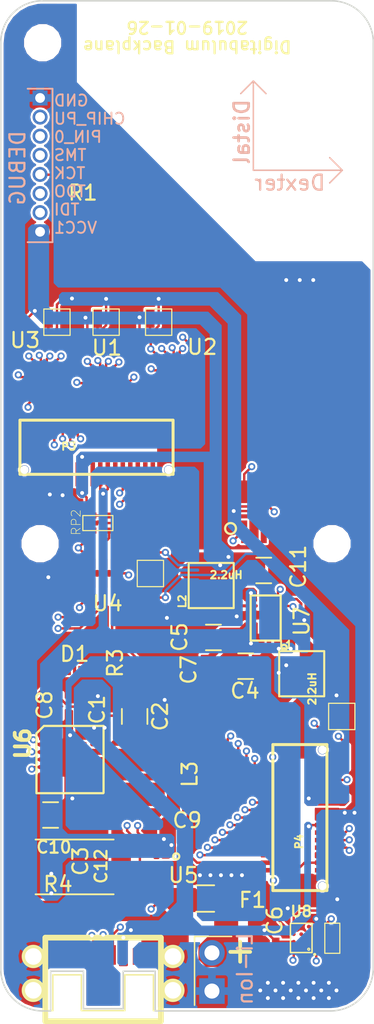
<source format=kicad_pcb>
(kicad_pcb (version 20171130) (host pcbnew 5.0.0)
  (layers (0 F.Cu signal) (1 Inner1.Cu signal hide) (2 Inner2.Cu signal hide) (31 B.Cu signal hide) (34 B.Paste user hide) (35 F.Paste user hide) (36 B.SilkS user) (37 F.SilkS user) (38 B.Mask user) (39 F.Mask user) (44 Edge.Cuts user))
  (net 0 "")
  (net 1 /CPLD_EXT_CLK)
  (net 2 /CPLD_OE)
  (net 3 /IRQ_WAKEUP)
  (net 4 /SPI1_CLK)
  (net 5 /SPI1_MISO)
  (net 6 /SPI1_MOSI)
  (net 7 /SPI2_CLK)
  (net 8 /SPI2_CS)
  (net 9 /SPI2_MOSI)
  (net 10 /Vbatt)
  (net 11 /~CPLD_RESET)
  (net 12 /~LED_INT)
  (net 13 /~LED_RESET)
  (net 14 /~REQ)
  (net 15 /I2C_SDA)
  (net 16 /I2C_SCL)
  (net 17 /VCCUSB)
  (net 18 GND)
  (net 19 /VCC1)
  (net 20 "Net-(C2-Pad1)")
  (net 21 /VCC0)
  (net 22 "Net-(L1-Pad2)")
  (net 23 /~SHUTDOWN)
  (net 24 "Net-(C8-Pad1)")
  (net 25 /Vlipo)
  (net 26 /ALERT)
  (net 27 /ISEL)
  (net 28 /I2C_SDA_LV)
  (net 29 /I2C_SCL_LV)
  (net 30 /SPI1_CS_0)
  (net 31 "Net-(CON1-Pad4)")
  (net 32 "Net-(CON1-Pad3)")
  (net 33 "Net-(CON1-Pad2)")
  (net 34 /USB_D+)
  (net 35 /USB_D-)
  (net 36 "Net-(D1-Pad2)")
  (net 37 "Net-(D1-Pad1)")
  (net 38 "Net-(C3-Pad1)")
  (net 39 "Net-(C8-Pad2)")
  (net 40 "Net-(C12-Pad1)")
  (net 41 "Net-(L2-Pad1)")
  (net 42 /CPLD_GPIO_0)
  (net 43 /TMS)
  (net 44 /TCK)
  (net 45 /TDO)
  (net 46 /TDI)
  (net 47 "Net-(QA_NPN1-Pad4)")
  (net 48 /CHIP_PU)
  (net 49 /PIN_0)
  (net 50 "Net-(P3-Pad5)")
  (net 51 "Net-(P3-Pad8)")
  (net 52 "Net-(P3-Pad11)")
  (net 53 "Net-(P4-Pad19)")
  (net 54 "Net-(P4-Pad24)")
  (net 55 "Net-(U5-Pad7)")
  (net 56 "Net-(U8-PadB1)")
  (net 57 "Net-(U8-PadC2)")
  (net 58 "Net-(U8-PadB2)")
  (net 59 "Net-(P4-Pad22)")
  (net 60 "Net-(P4-Pad27)")
  (net 61 "Net-(P4-Pad17)")
  (net 62 "Net-(P4-Pad18)")
  (net 63 "Net-(P4-Pad20)")
  (net 64 "Net-(P4-Pad21)")
  (net 65 "Net-(P4-Pad23)")
  (net 66 "Net-(P4-Pad25)")
  (net 67 "Net-(P4-Pad26)")
  (net 68 "Net-(P4-Pad28)")
  (net 69 "Net-(P4-Pad29)")
  (net 70 "Net-(P4-Pad16)")
  (net 71 "Net-(F1-Pad1)")
  (net 72 "Net-(RP2-Pad2)")
  (module r2Parts:ManuvrLogo (layer B.Cu) (at 53.34 51.816 225)
    (fp_text reference P1 hide)
    (fp_text value CONN_01X01 hide)
  )
  (module r2Parts:ManuvrLogo (layer F.Cu) (at 53.34 46.228 135)
    (fp_text reference P1 hide)
    (fp_text value CONN_01X01 hide)
  )
  (module iansModules:USB_ZX62WRD-B-5PC (layer F.Cu) (at 38.3 90.5 90)
    (fp_text reference CON1 hide)
    (fp_text value USB-MICRO-B hide)
    (pad 5 smd rect (at 3.44932 -1.3 90) (size 1.3 0.4) (layers F.Cu F.Paste F.Mask) (net 18 GND))
    (pad 4 smd rect (at 3.44932 -0.65 90) (size 1.3 0.4) (layers F.Cu F.Paste F.Mask) (net 31 "Net-(CON1-Pad4)"))
    (pad 3 smd rect (at 3.44932 0 90) (size 1.3 0.4) (layers F.Cu F.Paste F.Mask) (net 32 "Net-(CON1-Pad3)"))
    (pad 2 smd rect (at 3.44932 0.65 90) (size 1.3 0.4) (layers F.Cu F.Paste F.Mask) (net 33 "Net-(CON1-Pad2)"))
    (pad 1 smd rect (at 3.44932 1.3 90) (size 1.3 0.4) (layers F.Cu F.Paste F.Mask) (net 17 /VCCUSB))
    (pad G0 smd rect (at 3.34932 -3.05 90) (size 1.1 2.15) (layers F.Cu F.Paste F.Mask) (net 18 GND))
    (pad G2 smd rect (at 1.24932 0 90) (size 2 1.59) (layers F.Cu F.Paste F.Mask) (net 18 GND))
    (pad G1 smd rect (at 3.34932 3.05 90) (size 1.1 2.15) (layers F.Cu F.Paste F.Mask) (net 18 GND))
    (pad G3 thru_hole circle (at 3.34932 -4.65 180) (size 1.55 1.55) (drill 1.1) (layers *.Cu *.Mask F.SilkS) (net 18 GND))
    (pad G5 thru_hole circle (at 3.34932 4.65 180) (size 1.55 1.55) (drill 1.1) (layers *.Cu *.Mask F.SilkS) (net 18 GND))
    (pad G4 thru_hole circle (at 1.09932 -4.65 180) (size 1.55 1.55) (drill 1.1) (layers *.Cu *.Mask F.SilkS) (net 18 GND))
    (pad G6 thru_hole circle (at 1.09932 4.65 180) (size 1.55 1.55) (drill 1.1) (layers *.Cu *.Mask F.SilkS) (net 18 GND))
  )
  (module Pin_Headers:Pin_Header_Straight_1x08_Pitch1.27mm (layer B.Cu) (at 34.1 30.1 180)
    (fp_text reference P6 hide)
    (fp_text value DEBUG (at 1.5 -4.65 90) (layer B.SilkS) (effects (justify mirror)))
    (pad 1 thru_hole rect (at 0 0 180) (size 1 1) (drill 0.65) (layers *.Cu *.Mask) (net 18 GND))
    (pad 2 thru_hole oval (at 0 -1.27 180) (size 1 1) (drill 0.65) (layers *.Cu *.Mask) (net 48 /CHIP_PU))
    (pad 3 thru_hole oval (at 0 -2.54 180) (size 1 1) (drill 0.65) (layers *.Cu *.Mask) (net 49 /PIN_0))
    (pad 4 thru_hole oval (at 0 -3.81 180) (size 1 1) (drill 0.65) (layers *.Cu *.Mask) (net 43 /TMS))
    (pad 5 thru_hole oval (at 0 -5.08 180) (size 1 1) (drill 0.65) (layers *.Cu *.Mask) (net 44 /TCK))
    (pad 6 thru_hole oval (at 0 -6.35 180) (size 1 1) (drill 0.65) (layers *.Cu *.Mask) (net 45 /TDO))
    (pad 7 thru_hole oval (at 0 -7.62 180) (size 1 1) (drill 0.65) (layers *.Cu *.Mask) (net 46 /TDI))
    (pad 8 thru_hole oval (at 0 -8.89 180) (size 1 1) (drill 0.65) (layers *.Cu *.Mask) (net 19 /VCC1))
  )
  (module TO_SOT_Packages_SMD:SOT-363_SC-70-6_Handsoldering (layer F.Cu) (at 48.35 57.6 90)
    (fp_text reference QA_NPN1 hide)
    (fp_text value QA_NPN hide)
    (pad 1 smd rect (at -1.33 -0.65 90) (size 1.5 0.4) (layers F.Cu F.Paste F.Mask) (net 23 /~SHUTDOWN))
    (pad 2 smd rect (at -1.33 0 90) (size 1.5 0.4) (layers F.Cu F.Paste F.Mask) (net 18 GND))
    (pad 3 smd rect (at -1.33 0.65 90) (size 1.5 0.4) (layers F.Cu F.Paste F.Mask) (net 21 /VCC0))
    (pad 4 smd rect (at 1.33 0.65 90) (size 1.5 0.4) (layers F.Cu F.Paste F.Mask) (net 47 "Net-(QA_NPN1-Pad4)"))
    (pad 5 smd rect (at 1.33 0 90) (size 1.5 0.4) (layers F.Cu F.Paste F.Mask) (net 21 /VCC0))
    (pad 6 smd rect (at 1.33 -0.65 90) (size 1.5 0.4) (layers F.Cu F.Paste F.Mask) (net 42 /CPLD_GPIO_0))
  )
  (module Pin_Headers:Pin_Header_Straight_1x02_Pitch2.54mm (layer F.Cu) (at 45.55 89.45 180)
    (fp_text reference P2 hide)
    (fp_text value CONN_01X02 hide)
    (pad 1 thru_hole rect (at 0 0 180) (size 1.7 1.7) (drill 1) (layers *.Cu *.Mask) (net 18 GND))
    (pad 2 thru_hole oval (at 0 2.54 180) (size 1.7 1.7) (drill 1) (layers *.Cu *.Mask) (net 71 "Net-(F1-Pad1)"))
  )
  (module Capacitors_SMD:C_0402_NoSilk (layer F.Cu) (at 36.85 70.55 90)
    (fp_text reference C1 (at -0.2 1.05 90) (layer F.SilkS))
    (fp_text value 1uF hide)
    (pad 1 smd rect (at -0.55 0 90) (size 0.6 0.5) (layers F.Cu F.Paste F.Mask) (net 17 /VCCUSB))
    (pad 2 smd rect (at 0.55 0 90) (size 0.6 0.5) (layers F.Cu F.Paste F.Mask) (net 18 GND))
  )
  (module Capacitors_SMD:C_0402_NoSilk (layer F.Cu) (at 37.295 77.765 270)
    (fp_text reference C3 (at 3.055 0.505 270) (layer F.SilkS))
    (fp_text value 1uF hide)
    (pad 1 smd rect (at -0.55 0 270) (size 0.6 0.5) (layers F.Cu F.Paste F.Mask) (net 38 "Net-(C3-Pad1)"))
    (pad 2 smd rect (at 0.55 0 270) (size 0.6 0.5) (layers F.Cu F.Paste F.Mask) (net 18 GND))
  )
  (module Capacitors_SMD:C_0402_NoSilk (layer F.Cu) (at 45.25 68.1 270)
    (fp_text reference C7 (at 0 1.25 270) (layer F.SilkS))
    (fp_text value 1uF hide)
    (pad 1 smd rect (at -0.55 0 270) (size 0.6 0.5) (layers F.Cu F.Paste F.Mask) (net 10 /Vbatt))
    (pad 2 smd rect (at 0.55 0 270) (size 0.6 0.5) (layers F.Cu F.Paste F.Mask) (net 18 GND))
  )
  (module Capacitors_SMD:C_0402_NoSilk (layer F.Cu) (at 42.05 78.4 180)
    (fp_text reference C9 (at -1.85 0.3 180) (layer F.SilkS))
    (fp_text value 10uF hide)
    (pad 1 smd rect (at -0.55 0 180) (size 0.6 0.5) (layers F.Cu F.Paste F.Mask) (net 10 /Vbatt))
    (pad 2 smd rect (at 0.55 0 180) (size 0.6 0.5) (layers F.Cu F.Paste F.Mask) (net 18 GND))
  )
  (module Capacitors_SMD:C_0402_NoSilk (layer F.Cu) (at 35.35 70.5 270)
    (fp_text reference C8 (at -0.05 0.95 90) (layer F.SilkS))
    (fp_text value 10nF hide)
    (pad 1 smd rect (at -0.55 0 270) (size 0.6 0.5) (layers F.Cu F.Paste F.Mask) (net 24 "Net-(C8-Pad1)"))
    (pad 2 smd rect (at 0.55 0 270) (size 0.6 0.5) (layers F.Cu F.Paste F.Mask) (net 39 "Net-(C8-Pad2)"))
  )
  (module Capacitors_SMD:C_0402_NoSilk (layer F.Cu) (at 38.295 77.765 270)
    (fp_text reference C12 (at 3.385 0.135 270) (layer F.SilkS) (effects (font (size 0.8 0.8))))
    (fp_text value 0.1uF hide)
    (pad 1 smd rect (at -0.55 0 270) (size 0.6 0.5) (layers F.Cu F.Paste F.Mask) (net 40 "Net-(C12-Pad1)"))
    (pad 2 smd rect (at 0.55 0 270) (size 0.6 0.5) (layers F.Cu F.Paste F.Mask) (net 18 GND))
  )
  (module "r2Parts:MLPQ-W18 (2mmx3mm)" (layer F.Cu) (at 49.13 64.66 180)
    (fp_text reference U7 (at -2.4 -0.2 270) (layer F.SilkS))
    (fp_text value SC283 hide)
    (pad T2 smd rect (at 0 0.5 270) (size 0.7 0.286) (layers F.Cu F.Paste F.Mask) (net 18 GND))
    (pad T1 smd rect (at 0 -0.5 270) (size 0.7 0.286) (layers F.Cu F.Paste F.Mask) (net 18 GND))
    (pad 9 smd rect (at 0.2 1.4625 270) (size 0.775 0.2) (layers F.Cu F.Paste F.Mask) (net 19 /VCC1))
    (pad 10 smd rect (at 0.9625 1.2 180) (size 0.775 0.2) (layers F.Cu F.Paste F.Mask) (net 10 /Vbatt))
    (pad 11 smd rect (at 0.9625 0.8 180) (size 0.775 0.2) (layers F.Cu F.Paste F.Mask) (net 41 "Net-(L2-Pad1)"))
    (pad 12 smd rect (at 0.9625 0.4 180) (size 0.775 0.2) (layers F.Cu F.Paste F.Mask) (net 18 GND))
    (pad 13 smd rect (at 0.9625 0 180) (size 0.775 0.2) (layers F.Cu F.Paste F.Mask) (net 18 GND))
    (pad 14 smd rect (at 0.9625 -0.4 180) (size 0.775 0.2) (layers F.Cu F.Paste F.Mask) (net 10 /Vbatt))
    (pad 15 smd rect (at 0.9625 -0.8 180) (size 0.775 0.2) (layers F.Cu F.Paste F.Mask) (net 10 /Vbatt))
    (pad 16 smd rect (at 0.9625 -1.2 180) (size 0.775 0.2) (layers F.Cu F.Paste F.Mask) (net 10 /Vbatt))
    (pad 17 smd rect (at 0.2 -1.4625 270) (size 0.775 0.2) (layers F.Cu F.Paste F.Mask) (net 10 /Vbatt))
    (pad 18 smd rect (at -0.2 -1.4625 270) (size 0.775 0.2) (layers F.Cu F.Paste F.Mask) (net 21 /VCC0))
    (pad 1 smd rect (at -0.9625 -1.2 180) (size 0.775 0.2) (layers F.Cu F.Paste F.Mask) (net 10 /Vbatt))
    (pad 2 smd rect (at -0.9625 -0.8 180) (size 0.775 0.2) (layers F.Cu F.Paste F.Mask) (net 22 "Net-(L1-Pad2)"))
    (pad 3 smd rect (at -0.9625 -0.4 180) (size 0.775 0.2) (layers F.Cu F.Paste F.Mask) (net 18 GND))
    (pad 4 smd rect (at -0.9625 0 180) (size 0.775 0.2) (layers F.Cu F.Paste F.Mask) (net 18 GND))
    (pad 5 smd rect (at -0.9625 0.4 180) (size 0.775 0.2) (layers F.Cu F.Paste F.Mask) (net 23 /~SHUTDOWN))
    (pad 6 smd rect (at -0.9625 0.8 180) (size 0.775 0.2) (layers F.Cu F.Paste F.Mask) (net 47 "Net-(QA_NPN1-Pad4)"))
    (pad 7 smd rect (at -0.9625 1.2 180) (size 0.775 0.2) (layers F.Cu F.Paste F.Mask) (net 23 /~SHUTDOWN))
    (pad 8 smd rect (at -0.2 1.4625 270) (size 0.775 0.2) (layers F.Cu F.Paste F.Mask) (net 23 /~SHUTDOWN))
  )
  (module r2Parts:BQ24155 (layer F.Cu) (at 36.095 74.065)
    (fp_text reference U6 (at -3.135 -1.065 90) (layer F.SilkS) (effects (font (size 1.00076 1.00076) (thickness 0.25019))))
    (fp_text value BQ24155 hide)
    (pad 2 smd oval (at -1.75 -0.99568) (size 0.8001 0.28) (layers F.Cu F.Paste F.Mask) (net 16 /I2C_SCL))
    (pad 3 smd oval (at -1.75 -0.4953) (size 0.8001 0.28) (layers F.Cu F.Paste F.Mask) (net 15 /I2C_SDA))
    (pad 4 smd oval (at -1.75 0) (size 0.8001 0.28) (layers F.Cu F.Paste F.Mask) (net 37 "Net-(D1-Pad1)"))
    (pad 5 smd oval (at -1.75 0.50292) (size 0.8001 0.28) (layers F.Cu F.Paste F.Mask) (net 27 /ISEL))
    (pad 6 smd oval (at -1.75 1) (size 0.8001 0.28) (layers F.Cu F.Paste F.Mask) (net 10 /Vbatt))
    (pad 7 smd oval (at -0.75 1.75 90) (size 0.8001 0.28) (layers F.Cu F.Paste F.Mask) (net 10 /Vbatt))
    (pad 8 smd oval (at 0.75 1.75 90) (size 0.8001 0.28) (layers F.Cu F.Paste F.Mask) (net 38 "Net-(C3-Pad1)"))
    (pad 9 smd oval (at 1.75 1.016 180) (size 0.8001 0.28) (layers F.Cu F.Paste F.Mask) (net 40 "Net-(C12-Pad1)"))
    (pad 10 smd oval (at 1.75 0.508 180) (size 0.8001 0.28) (layers F.Cu F.Paste F.Mask) (net 18 GND))
    (pad 11 smd oval (at 1.75 0 180) (size 0.8001 0.28) (layers F.Cu F.Paste F.Mask) (net 18 GND))
    (pad 12 smd oval (at 1.75 -0.508 180) (size 0.8001 0.28) (layers F.Cu F.Paste F.Mask) (net 24 "Net-(C8-Pad1)"))
    (pad 13 smd oval (at 1.75 -1.016 180) (size 0.8001 0.28) (layers F.Cu F.Paste F.Mask) (net 20 "Net-(C2-Pad1)"))
    (pad 14 smd oval (at 0.75 -1.75 270) (size 0.8001 0.28) (layers F.Cu F.Paste F.Mask) (net 17 /VCCUSB))
    (pad 1 smd oval (at -0.75 -1.75 270) (size 0.8001 0.28) (layers F.Cu F.Paste F.Mask) (net 39 "Net-(C8-Pad2)"))
    (pad 0 smd rect (at 0 0) (size 2.05 2.05) (layers F.Cu F.Paste F.Mask) (net 18 GND))
  )
  (module r2Parts:CapArray_CKCL44 (layer F.Cu) (at 35.225 45 270)
    (fp_text reference CARY3 hide)
    (fp_text value 100nF hide)
    (pad 1 smd rect (at -0.75 0.575 270) (size 0.25 0.6) (layers F.Cu F.Paste F.Mask) (net 19 /VCC1))
    (pad 2 smd rect (at -0.75 -0.575 270) (size 0.25 0.6) (layers F.Cu F.Paste F.Mask) (net 18 GND))
    (pad 3 smd rect (at -0.25 0.575 270) (size 0.25 0.6) (layers F.Cu F.Paste F.Mask) (net 19 /VCC1))
    (pad 4 smd rect (at -0.25 -0.575 270) (size 0.25 0.6) (layers F.Cu F.Paste F.Mask) (net 18 GND))
    (pad 5 smd rect (at 0.25 0.575 270) (size 0.25 0.6) (layers F.Cu F.Paste F.Mask) (net 21 /VCC0))
    (pad 6 smd rect (at 0.25 -0.575 270) (size 0.25 0.6) (layers F.Cu F.Paste F.Mask) (net 18 GND))
    (pad 7 smd rect (at 0.75 0.575 270) (size 0.25 0.6) (layers F.Cu F.Paste F.Mask) (net 21 /VCC0))
    (pad 8 smd rect (at 0.75 -0.575 270) (size 0.25 0.6) (layers F.Cu F.Paste F.Mask) (net 18 GND))
  )
  (module r2Parts:CapArray_CKCL44 (layer F.Cu) (at 38.5 45 270)
    (fp_text reference CARY4 hide)
    (fp_text value 100nF hide)
    (pad 1 smd rect (at -0.75 0.575 270) (size 0.25 0.6) (layers F.Cu F.Paste F.Mask) (net 19 /VCC1))
    (pad 2 smd rect (at -0.75 -0.575 270) (size 0.25 0.6) (layers F.Cu F.Paste F.Mask) (net 18 GND))
    (pad 3 smd rect (at -0.25 0.575 270) (size 0.25 0.6) (layers F.Cu F.Paste F.Mask) (net 19 /VCC1))
    (pad 4 smd rect (at -0.25 -0.575 270) (size 0.25 0.6) (layers F.Cu F.Paste F.Mask) (net 18 GND))
    (pad 5 smd rect (at 0.25 0.575 270) (size 0.25 0.6) (layers F.Cu F.Paste F.Mask) (net 21 /VCC0))
    (pad 6 smd rect (at 0.25 -0.575 270) (size 0.25 0.6) (layers F.Cu F.Paste F.Mask) (net 18 GND))
    (pad 7 smd rect (at 0.75 0.575 270) (size 0.25 0.6) (layers F.Cu F.Paste F.Mask) (net 21 /VCC0))
    (pad 8 smd rect (at 0.75 -0.575 270) (size 0.25 0.6) (layers F.Cu F.Paste F.Mask) (net 18 GND))
  )
  (module r2Parts:DFN-6-1EP_2x3mm_Pitch0.5mm (layer F.Cu) (at 41.9 81.65 270)
    (fp_text reference U5 (at 0.1 -1.75) (layer F.SilkS))
    (fp_text value LTC2942-1 hide)
    (pad 1 smd rect (at -1.425 -0.5 270) (size 0.7 0.25) (layers F.Cu F.Paste F.Mask) (net 10 /Vbatt))
    (pad 2 smd rect (at -1.425 0 270) (size 0.7 0.25) (layers F.Cu F.Paste F.Mask) (net 18 GND))
    (pad 3 smd rect (at -1.425 0.5 270) (size 0.7 0.25) (layers F.Cu F.Paste F.Mask) (net 16 /I2C_SCL))
    (pad 4 smd rect (at 1.425 0.5 270) (size 0.7 0.25) (layers F.Cu F.Paste F.Mask) (net 15 /I2C_SDA))
    (pad 5 smd rect (at 1.425 0 270) (size 0.7 0.25) (layers F.Cu F.Paste F.Mask) (net 26 /ALERT))
    (pad 6 smd rect (at 1.425 -0.5 270) (size 0.7 0.25) (layers F.Cu F.Paste F.Mask) (net 25 /Vlipo))
    (pad 7 smd rect (at 0 0) (size 1.35 1.65) (layers F.Cu F.Paste F.Mask) (net 55 "Net-(U5-Pad7)"))
  )
  (module r2Parts:R-PUQFN-N12 (layer F.Cu) (at 43 48.2)
    (fp_text reference U2 (at 1.9 -1.55) (layer F.SilkS))
    (fp_text value LSF0204x hide)
    (pad 9 smd rect (at 0 -0.65) (size 0.2 0.6) (layers F.Cu F.Paste F.Mask) (net 62 "Net-(P4-Pad18)"))
    (pad 10 smd rect (at -0.4 -0.65) (size 0.2 0.6) (layers F.Cu F.Paste F.Mask) (net 53 "Net-(P4-Pad19)"))
    (pad 11 smd rect (at -0.8 -0.65) (size 0.2 0.6) (layers F.Cu F.Paste F.Mask) (net 21 /VCC0))
    (pad 12 smd rect (at -0.8 0 90) (size 0.2 0.6) (layers F.Cu F.Paste F.Mask) (net 23 /~SHUTDOWN))
    (pad 1 smd rect (at -0.8 0.65) (size 0.2 0.6) (layers F.Cu F.Paste F.Mask) (net 19 /VCC1))
    (pad 2 smd rect (at -0.4 0.65) (size 0.2 0.6) (layers F.Cu F.Paste F.Mask) (net 4 /SPI1_CLK))
    (pad 3 smd rect (at 0 0.65) (size 0.2 0.6) (layers F.Cu F.Paste F.Mask) (net 6 /SPI1_MOSI))
    (pad 4 smd rect (at 0.4 0.65) (size 0.2 0.6) (layers F.Cu F.Paste F.Mask) (net 5 /SPI1_MISO))
    (pad 5 smd rect (at 0.8 0.65) (size 0.2 0.6) (layers F.Cu F.Paste F.Mask) (net 3 /IRQ_WAKEUP))
    (pad 6 smd rect (at 0.8 0 90) (size 0.2 0.6) (layers F.Cu F.Paste F.Mask) (net 18 GND))
    (pad 7 smd rect (at 0.8 -0.65) (size 0.2 0.6) (layers F.Cu F.Paste F.Mask) (net 70 "Net-(P4-Pad16)"))
    (pad 8 smd rect (at 0.4 -0.65) (size 0.2 0.6) (layers F.Cu F.Paste F.Mask) (net 61 "Net-(P4-Pad17)"))
    (pad 1 smd rect (at -1 0.425) (size 0.2 0.15) (layers F.Cu F.Paste F.Mask) (net 19 /VCC1))
  )
  (module r2Parts:R-PUQFN-N12 (layer F.Cu) (at 38.1 49.05)
    (fp_text reference U1 (at 0.45 -2.35) (layer F.SilkS))
    (fp_text value LSF0204x hide)
    (pad 9 smd rect (at 0 -0.65) (size 0.2 0.6) (layers F.Cu F.Paste F.Mask) (net 59 "Net-(P4-Pad22)"))
    (pad 10 smd rect (at -0.4 -0.65) (size 0.2 0.6) (layers F.Cu F.Paste F.Mask) (net 65 "Net-(P4-Pad23)"))
    (pad 11 smd rect (at -0.8 -0.65) (size 0.2 0.6) (layers F.Cu F.Paste F.Mask) (net 21 /VCC0))
    (pad 12 smd rect (at -0.8 0 90) (size 0.2 0.6) (layers F.Cu F.Paste F.Mask) (net 23 /~SHUTDOWN))
    (pad 1 smd rect (at -0.8 0.65) (size 0.2 0.6) (layers F.Cu F.Paste F.Mask) (net 19 /VCC1))
    (pad 2 smd rect (at -0.4 0.65) (size 0.2 0.6) (layers F.Cu F.Paste F.Mask) (net 11 /~CPLD_RESET))
    (pad 3 smd rect (at 0 0.65) (size 0.2 0.6) (layers F.Cu F.Paste F.Mask) (net 7 /SPI2_CLK))
    (pad 4 smd rect (at 0.4 0.65) (size 0.2 0.6) (layers F.Cu F.Paste F.Mask) (net 8 /SPI2_CS))
    (pad 5 smd rect (at 0.8 0.65) (size 0.2 0.6) (layers F.Cu F.Paste F.Mask) (net 9 /SPI2_MOSI))
    (pad 6 smd rect (at 0.8 0 90) (size 0.2 0.6) (layers F.Cu F.Paste F.Mask) (net 18 GND))
    (pad 7 smd rect (at 0.8 -0.65) (size 0.2 0.6) (layers F.Cu F.Paste F.Mask) (net 63 "Net-(P4-Pad20)"))
    (pad 8 smd rect (at 0.4 -0.65) (size 0.2 0.6) (layers F.Cu F.Paste F.Mask) (net 64 "Net-(P4-Pad21)"))
    (pad 1 smd rect (at -1 0.425) (size 0.2 0.15) (layers F.Cu F.Paste F.Mask) (net 19 /VCC1))
  )
  (module r2Parts:R-PUQFN-N12 (layer F.Cu) (at 34.15 48.65)
    (fp_text reference U3 (at -1.05 -2.45) (layer F.SilkS))
    (fp_text value LSF0204x hide)
    (pad 9 smd rect (at 0 -0.65) (size 0.2 0.6) (layers F.Cu F.Paste F.Mask) (net 67 "Net-(P4-Pad26)"))
    (pad 10 smd rect (at -0.4 -0.65) (size 0.2 0.6) (layers F.Cu F.Paste F.Mask) (net 60 "Net-(P4-Pad27)"))
    (pad 11 smd rect (at -0.8 -0.65) (size 0.2 0.6) (layers F.Cu F.Paste F.Mask) (net 21 /VCC0))
    (pad 12 smd rect (at -0.8 0 90) (size 0.2 0.6) (layers F.Cu F.Paste F.Mask) (net 23 /~SHUTDOWN))
    (pad 1 smd rect (at -0.8 0.65) (size 0.2 0.6) (layers F.Cu F.Paste F.Mask) (net 19 /VCC1))
    (pad 2 smd rect (at -0.4 0.65) (size 0.2 0.6) (layers F.Cu F.Paste F.Mask) (net 14 /~REQ))
    (pad 3 smd rect (at 0 0.65) (size 0.2 0.6) (layers F.Cu F.Paste F.Mask) (net 30 /SPI1_CS_0))
    (pad 4 smd rect (at 0.4 0.65) (size 0.2 0.6) (layers F.Cu F.Paste F.Mask) (net 1 /CPLD_EXT_CLK))
    (pad 5 smd rect (at 0.8 0.65) (size 0.2 0.6) (layers F.Cu F.Paste F.Mask) (net 2 /CPLD_OE))
    (pad 6 smd rect (at 0.8 0 90) (size 0.2 0.6) (layers F.Cu F.Paste F.Mask) (net 18 GND))
    (pad 7 smd rect (at 0.8 -0.65) (size 0.2 0.6) (layers F.Cu F.Paste F.Mask) (net 54 "Net-(P4-Pad24)"))
    (pad 8 smd rect (at 0.4 -0.65) (size 0.2 0.6) (layers F.Cu F.Paste F.Mask) (net 66 "Net-(P4-Pad25)"))
    (pad 1 smd rect (at -1 0.425) (size 0.2 0.15) (layers F.Cu F.Paste F.Mask) (net 19 /VCC1))
  )
  (module r2Parts:R-PUQFN-N12 (layer F.Cu) (at 38.5 61.69 180)
    (fp_text reference U4 (at -0.1 -2) (layer F.SilkS))
    (fp_text value LSF0204x hide)
    (pad 9 smd rect (at 0 -0.65 180) (size 0.2 0.6) (layers F.Cu F.Paste F.Mask) (net 16 /I2C_SCL))
    (pad 10 smd rect (at -0.4 -0.65 180) (size 0.2 0.6) (layers F.Cu F.Paste F.Mask) (net 69 "Net-(P4-Pad29)"))
    (pad 11 smd rect (at -0.8 -0.65 180) (size 0.2 0.6) (layers F.Cu F.Paste F.Mask) (net 21 /VCC0))
    (pad 12 smd rect (at -0.8 0 270) (size 0.2 0.6) (layers F.Cu F.Paste F.Mask) (net 23 /~SHUTDOWN))
    (pad 1 smd rect (at -0.8 0.65 180) (size 0.2 0.6) (layers F.Cu F.Paste F.Mask) (net 19 /VCC1))
    (pad 2 smd rect (at -0.4 0.65 180) (size 0.2 0.6) (layers F.Cu F.Paste F.Mask) (net 13 /~LED_RESET))
    (pad 3 smd rect (at 0 0.65 180) (size 0.2 0.6) (layers F.Cu F.Paste F.Mask) (net 29 /I2C_SCL_LV))
    (pad 4 smd rect (at 0.4 0.65 180) (size 0.2 0.6) (layers F.Cu F.Paste F.Mask) (net 28 /I2C_SDA_LV))
    (pad 5 smd rect (at 0.8 0.65 180) (size 0.2 0.6) (layers F.Cu F.Paste F.Mask) (net 12 /~LED_INT))
    (pad 6 smd rect (at 0.8 0 270) (size 0.2 0.6) (layers F.Cu F.Paste F.Mask) (net 18 GND))
    (pad 7 smd rect (at 0.8 -0.65 180) (size 0.2 0.6) (layers F.Cu F.Paste F.Mask) (net 68 "Net-(P4-Pad28)"))
    (pad 8 smd rect (at 0.4 -0.65 180) (size 0.2 0.6) (layers F.Cu F.Paste F.Mask) (net 15 /I2C_SDA))
    (pad 1 smd rect (at -1 0.425 180) (size 0.2 0.15) (layers F.Cu F.Paste F.Mask) (net 19 /VCC1))
  )
  (module r2Parts:RES_4_EXBN8V (layer F.Cu) (at 53.57 85.94 180)
    (fp_text reference RP1 hide)
    (fp_text value 22 hide)
    (pad 1 smd rect (at 0.5 0.75 180) (size 0.4 0.3) (layers F.Cu F.Paste F.Mask) (net 33 "Net-(CON1-Pad2)"))
    (pad 2 smd rect (at 0.5 0.25 180) (size 0.4 0.3) (layers F.Cu F.Paste F.Mask) (net 32 "Net-(CON1-Pad3)"))
    (pad 3 smd rect (at 0.5 -0.25 180) (size 0.4 0.3) (layers F.Cu F.Paste F.Mask) (net 18 GND))
    (pad 4 smd rect (at 0.5 -0.75 180) (size 0.4 0.3) (layers F.Cu F.Paste F.Mask) (net 18 GND))
    (pad 5 smd rect (at -0.5 -0.75 180) (size 0.4 0.3) (layers F.Cu F.Paste F.Mask) (net 18 GND))
    (pad 6 smd rect (at -0.5 -0.25 180) (size 0.4 0.3) (layers F.Cu F.Paste F.Mask) (net 18 GND))
    (pad 7 smd rect (at -0.5 0.25 180) (size 0.4 0.3) (layers F.Cu F.Paste F.Mask) (net 34 /USB_D+))
    (pad 8 smd rect (at -0.5 0.75 180) (size 0.4 0.3) (layers F.Cu F.Paste F.Mask) (net 35 /USB_D-))
  )
  (module r2Parts:FCBGA12 (layer F.Cu) (at 52.22 86.89 180)
    (fp_text reference U8 (at 0.72 2.73 180) (layer F.SilkS) (effects (font (size 0.7 0.7) (thickness 0.1524))))
    (fp_text value EMIF02-USB03F2 hide)
    (pad A2 smd circle (at 0.72 0.22 180) (size 0.25 0.25) (layers F.Cu F.Paste F.Mask) (net 18 GND))
    (pad A3 smd circle (at 1.22 0.22 180) (size 0.25 0.25) (layers F.Cu F.Paste F.Mask) (net 31 "Net-(CON1-Pad4)"))
    (pad B1 smd circle (at 0.22 0.72 180) (size 0.25 0.25) (layers F.Cu F.Paste F.Mask) (net 56 "Net-(U8-PadB1)"))
    (pad C1 smd circle (at 0.22 1.22 180) (size 0.25 0.25) (layers F.Cu F.Paste F.Mask) (net 32 "Net-(CON1-Pad3)"))
    (pad D1 smd circle (at 0.22 1.72 180) (size 0.25 0.25) (layers F.Cu F.Paste F.Mask) (net 33 "Net-(CON1-Pad2)"))
    (pad D3 smd circle (at 1.22 1.72 180) (size 0.25 0.25) (layers F.Cu F.Paste F.Mask) (net 35 /USB_D-))
    (pad C3 smd circle (at 1.22 1.22 180) (size 0.25 0.25) (layers F.Cu F.Paste F.Mask) (net 34 /USB_D+))
    (pad C2 smd circle (at 0.72 1.22 180) (size 0.25 0.25) (layers F.Cu F.Paste F.Mask) (net 57 "Net-(U8-PadC2)"))
    (pad D2 smd circle (at 0.72 1.72 180) (size 0.25 0.25) (layers F.Cu F.Paste F.Mask) (net 18 GND))
    (pad B3 smd circle (at 1.22 0.72 180) (size 0.25 0.25) (layers F.Cu F.Paste F.Mask) (net 17 /VCCUSB))
    (pad B2 smd circle (at 0.72 0.72 180) (size 0.25 0.25) (layers F.Cu F.Paste F.Mask) (net 58 "Net-(U8-PadB2)"))
  )
  (module Resistors_SMD:R_0402_NoSilk (layer F.Cu) (at 36.4 68.15)
    (fp_text reference D1 (at 0 -1.1) (layer F.SilkS))
    (fp_text value Charge hide)
    (pad 1 smd rect (at -0.45 0) (size 0.4 0.6) (layers F.Cu F.Paste F.Mask) (net 37 "Net-(D1-Pad1)"))
    (pad 2 smd rect (at 0.45 0) (size 0.4 0.6) (layers F.Cu F.Paste F.Mask) (net 36 "Net-(D1-Pad2)"))
  )
  (module r2Parts:CapArray_CKCL44 (layer F.Cu) (at 41.45 61.7 270)
    (fp_text reference CARY1 hide)
    (fp_text value 100nF hide)
    (pad 1 smd rect (at -0.75 0.575 270) (size 0.25 0.6) (layers F.Cu F.Paste F.Mask) (net 19 /VCC1))
    (pad 2 smd rect (at -0.75 -0.575 270) (size 0.25 0.6) (layers F.Cu F.Paste F.Mask) (net 18 GND))
    (pad 3 smd rect (at -0.25 0.575 270) (size 0.25 0.6) (layers F.Cu F.Paste F.Mask) (net 19 /VCC1))
    (pad 4 smd rect (at -0.25 -0.575 270) (size 0.25 0.6) (layers F.Cu F.Paste F.Mask) (net 18 GND))
    (pad 5 smd rect (at 0.25 0.575 270) (size 0.25 0.6) (layers F.Cu F.Paste F.Mask) (net 21 /VCC0))
    (pad 6 smd rect (at 0.25 -0.575 270) (size 0.25 0.6) (layers F.Cu F.Paste F.Mask) (net 18 GND))
    (pad 7 smd rect (at 0.75 0.575 270) (size 0.25 0.6) (layers F.Cu F.Paste F.Mask) (net 21 /VCC0))
    (pad 8 smd rect (at 0.75 -0.575 270) (size 0.25 0.6) (layers F.Cu F.Paste F.Mask) (net 18 GND))
  )
  (module r2Parts:CapArray_CKCL44 (layer F.Cu) (at 42 45 270)
    (fp_text reference CARY2 hide)
    (fp_text value 100nF hide)
    (pad 1 smd rect (at -0.75 0.575 270) (size 0.25 0.6) (layers F.Cu F.Paste F.Mask) (net 19 /VCC1))
    (pad 2 smd rect (at -0.75 -0.575 270) (size 0.25 0.6) (layers F.Cu F.Paste F.Mask) (net 18 GND))
    (pad 3 smd rect (at -0.25 0.575 270) (size 0.25 0.6) (layers F.Cu F.Paste F.Mask) (net 19 /VCC1))
    (pad 4 smd rect (at -0.25 -0.575 270) (size 0.25 0.6) (layers F.Cu F.Paste F.Mask) (net 18 GND))
    (pad 5 smd rect (at 0.25 0.575 270) (size 0.25 0.6) (layers F.Cu F.Paste F.Mask) (net 21 /VCC0))
    (pad 6 smd rect (at 0.25 -0.575 270) (size 0.25 0.6) (layers F.Cu F.Paste F.Mask) (net 18 GND))
    (pad 7 smd rect (at 0.75 0.575 270) (size 0.25 0.6) (layers F.Cu F.Paste F.Mask) (net 21 /VCC0))
    (pad 8 smd rect (at 0.75 -0.575 270) (size 0.25 0.6) (layers F.Cu F.Paste F.Mask) (net 18 GND))
  )
  (module Capacitors_SMD:C_0402_NoSilk (layer F.Cu) (at 49.8 86.75 270)
    (fp_text reference C6 (at -1.99 0.07 90) (layer F.SilkS))
    (fp_text value 10uF hide)
    (pad 1 smd rect (at -0.55 0 270) (size 0.6 0.5) (layers F.Cu F.Paste F.Mask) (net 17 /VCCUSB))
    (pad 2 smd rect (at 0.55 0 270) (size 0.6 0.5) (layers F.Cu F.Paste F.Mask) (net 18 GND))
  )
  (module Capacitors_SMD:C_0805 (layer F.Cu) (at 40.4 71.2 90)
    (fp_text reference C2 (at 0 1.7 90) (layer F.SilkS))
    (fp_text value 4.7uF hide)
    (pad 1 smd rect (at -1 0 90) (size 1 1.25) (layers F.Cu F.Paste F.Mask) (net 20 "Net-(C2-Pad1)"))
    (pad 2 smd rect (at 1 0 90) (size 1 1.25) (layers F.Cu F.Paste F.Mask) (net 18 GND))
  )
  (module Capacitors_SMD:C_0805 (layer F.Cu) (at 47.8 67.86 180)
    (fp_text reference C4 (at 0.05 -1.64 180) (layer F.SilkS))
    (fp_text value 22uF hide)
    (pad 1 smd rect (at -1 0 180) (size 1 1.25) (layers F.Cu F.Paste F.Mask) (net 21 /VCC0))
    (pad 2 smd rect (at 1 0 180) (size 1 1.25) (layers F.Cu F.Paste F.Mask) (net 18 GND))
  )
  (module Capacitors_SMD:C_0805 (layer F.Cu) (at 45.65 65.95 180)
    (fp_text reference C5 (at 2.26 0.02 270) (layer F.SilkS))
    (fp_text value 10uF hide)
    (pad 1 smd rect (at -1 0 180) (size 1 1.25) (layers F.Cu F.Paste F.Mask) (net 10 /Vbatt))
    (pad 2 smd rect (at 1 0 180) (size 1 1.25) (layers F.Cu F.Paste F.Mask) (net 18 GND))
  )
  (module Capacitors_SMD:C_0805 (layer F.Cu) (at 34.8 77.75)
    (fp_text reference C10 (at 0.22 2.14) (layer F.SilkS) (effects (font (size 0.8 0.8))))
    (fp_text value 10uF hide)
    (pad 1 smd rect (at -1 0) (size 1 1.25) (layers F.Cu F.Paste F.Mask) (net 10 /Vbatt))
    (pad 2 smd rect (at 1 0) (size 1 1.25) (layers F.Cu F.Paste F.Mask) (net 18 GND))
  )
  (module Capacitors_SMD:C_0805 (layer F.Cu) (at 49 61.5)
    (fp_text reference C11 (at 2.3 -0.25 270) (layer F.SilkS))
    (fp_text value 22uF hide)
    (pad 1 smd rect (at -1 0) (size 1 1.25) (layers F.Cu F.Paste F.Mask) (net 19 /VCC1))
    (pad 2 smd rect (at 1 0) (size 1 1.25) (layers F.Cu F.Paste F.Mask) (net 18 GND))
  )
  (module Mounting_Holes:MountingHole_2.2mm_M2_DIN965 (layer F.Cu) (at 34.1 59.72)
    (fp_text reference MH2 hide)
    (fp_text value MountingHole_2.2mm_M2_DIN965 hide)
    (pad 1 np_thru_hole circle (at 0 0) (size 2.2 2.2) (drill 2.2) (layers *.Cu *.Mask))
  )
  (module Mounting_Holes:MountingHole_2.2mm_M2_DIN965 (layer F.Cu) (at 53.55 59.72)
    (fp_text reference MH3 hide)
    (fp_text value MountingHole_2.2mm_M2_DIN965 hide)
    (pad 1 np_thru_hole circle (at 0 0) (size 2.2 2.2) (drill 2.2) (layers *.Cu *.Mask))
  )
  (module r2Parts:CapArray_CKCL44 (layer F.Cu) (at 54.2 71.2 270)
    (fp_text reference CARY5 hide)
    (fp_text value 100nF hide)
    (pad 1 smd rect (at -0.75 0.575 270) (size 0.25 0.6) (layers F.Cu F.Paste F.Mask) (net 21 /VCC0))
    (pad 2 smd rect (at -0.75 -0.575 270) (size 0.25 0.6) (layers F.Cu F.Paste F.Mask) (net 18 GND))
    (pad 3 smd rect (at -0.25 0.575 270) (size 0.25 0.6) (layers F.Cu F.Paste F.Mask) (net 21 /VCC0))
    (pad 4 smd rect (at -0.25 -0.575 270) (size 0.25 0.6) (layers F.Cu F.Paste F.Mask) (net 18 GND))
    (pad 5 smd rect (at 0.25 0.575 270) (size 0.25 0.6) (layers F.Cu F.Paste F.Mask) (net 21 /VCC0))
    (pad 6 smd rect (at 0.25 -0.575 270) (size 0.25 0.6) (layers F.Cu F.Paste F.Mask) (net 18 GND))
    (pad 7 smd rect (at 0.75 0.575 270) (size 0.25 0.6) (layers F.Cu F.Paste F.Mask) (net 21 /VCC0))
    (pad 8 smd rect (at 0.75 -0.575 270) (size 0.25 0.6) (layers F.Cu F.Paste F.Mask) (net 18 GND))
  )
  (module Resistors_SMD:R_2512 (layer F.Cu) (at 36.4 81.2)
    (fp_text reference R4 (at -1.11 1.14) (layer F.SilkS))
    (fp_text value 68mOhm hide)
    (pad 1 smd rect (at -3.1 0) (size 1 3.2) (layers F.Cu F.Paste F.Mask) (net 10 /Vbatt))
    (pad 2 smd rect (at 3.1 0) (size 1 3.2) (layers F.Cu F.Paste F.Mask) (net 40 "Net-(C12-Pad1)"))
  )
  (module Mounting_Holes:MountingHole_2.2mm_M2_DIN965 (layer F.Cu) (at 34.27 26.43 270)
    (fp_text reference MH0 hide)
    (fp_text value MH0 hide)
    (pad 1 np_thru_hole circle (at 0 0 270) (size 2.2 2.2) (drill 2.2) (layers *.Cu *.Mask))
  )
  (module Mounting_Holes:MountingHole_2.2mm_M2_DIN965 (layer F.Cu) (at 53.55 26.43 270)
    (fp_text reference MH1 hide)
    (fp_text value MH1 hide)
    (pad 1 np_thru_hole circle (at 0 0 270) (size 2.2 2.2) (drill 2.2) (layers *.Cu *.Mask))
  )
  (module Resistors_SMD:R_0402_NoSilk (layer F.Cu) (at 36.95 35.2 180)
    (fp_text reference R1 (at 0 -1.2 180) (layer F.SilkS))
    (fp_text value 1k)
    (pad 1 smd rect (at -0.45 0 180) (size 0.4 0.6) (layers F.Cu F.Paste F.Mask) (net 18 GND))
    (pad 2 smd rect (at 0.45 0 180) (size 0.4 0.6) (layers F.Cu F.Paste F.Mask) (net 44 /TCK))
  )
  (module Resistors_SMD:R_0805_HandSoldering (layer F.Cu) (at 45.1 83.3 180)
    (fp_text reference F1 (at -3.15 -0.1 180) (layer F.SilkS))
    (fp_text value 1A)
    (pad 1 smd rect (at -1.35 0 180) (size 1.5 1.3) (layers F.Cu F.Paste F.Mask) (net 71 "Net-(F1-Pad1)"))
    (pad 2 smd rect (at 1.35 0 180) (size 1.5 1.3) (layers F.Cu F.Paste F.Mask) (net 25 /Vlipo))
  )
  (module Resistors_SMD:R_0402_NoSilk (layer F.Cu) (at 37.95 68.7 270)
    (fp_text reference R3 (at -1.05 -1.15 270) (layer F.SilkS))
    (fp_text value 1k)
    (pad 1 smd rect (at -0.45 0 270) (size 0.4 0.6) (layers F.Cu F.Paste F.Mask) (net 36 "Net-(D1-Pad2)"))
    (pad 2 smd rect (at 0.45 0 270) (size 0.4 0.6) (layers F.Cu F.Paste F.Mask) (net 17 /VCCUSB))
  )
  (module r2Parts:RES_4_EXBN8V (layer F.Cu) (at 37.95 58.35 270)
    (fp_text reference RP2 (at -0.05 1.45 270) (layer F.SilkS) (effects (font (size 0.6 0.6) (thickness 0.04064))))
    (fp_text value 10k hide)
    (pad 1 smd rect (at 0.5 0.75 270) (size 0.4 0.3) (layers F.Cu F.Paste F.Mask) (net 12 /~LED_INT))
    (pad 2 smd rect (at 0.5 0.25 270) (size 0.4 0.3) (layers F.Cu F.Paste F.Mask) (net 72 "Net-(RP2-Pad2)"))
    (pad 3 smd rect (at 0.5 -0.25 270) (size 0.4 0.3) (layers F.Cu F.Paste F.Mask) (net 28 /I2C_SDA_LV))
    (pad 4 smd rect (at 0.5 -0.75 270) (size 0.4 0.3) (layers F.Cu F.Paste F.Mask) (net 29 /I2C_SCL_LV))
    (pad 5 smd rect (at -0.5 -0.75 270) (size 0.4 0.3) (layers F.Cu F.Paste F.Mask) (net 19 /VCC1))
    (pad 6 smd rect (at -0.5 -0.25 270) (size 0.4 0.3) (layers F.Cu F.Paste F.Mask) (net 19 /VCC1))
    (pad 7 smd rect (at -0.5 0.25 270) (size 0.4 0.3) (layers F.Cu F.Paste F.Mask) (net 19 /VCC1))
    (pad 8 smd rect (at -0.5 0.75 270) (size 0.4 0.3) (layers F.Cu F.Paste F.Mask) (net 19 /VCC1))
  )
  (module r2Parts:L-SMD (layer F.Cu) (at 51.53 68.36 90)
    (fp_text reference L1 (at 1.925 -1.05 180) (layer F.SilkS) (effects (font (size 0.5 0.5) (thickness 0.125))))
    (fp_text value 2.2uH (at -1 0.7 90) (layer F.SilkS) (effects (font (size 0.5 0.5) (thickness 0.125))))
    (pad 1 smd rect (at -0.9 -0.9 135) (size 1.3 1.3) (layers F.Cu F.Paste F.Mask) (net 21 /VCC0))
    (pad 2 smd rect (at 0.9 0.9 135) (size 1.3 1.3) (layers F.Cu F.Paste F.Mask) (net 22 "Net-(L1-Pad2)"))
  )
  (module r2Parts:L-SMD (layer F.Cu) (at 45.5 62.5 180)
    (fp_text reference L2 (at 1.925 -1.05 270) (layer F.SilkS) (effects (font (size 0.5 0.5) (thickness 0.125))))
    (fp_text value 2.2uH (at -1 0.7 180) (layer F.SilkS) (effects (font (size 0.5 0.5) (thickness 0.125))))
    (pad 1 smd rect (at -0.9 -0.9 225) (size 1.3 1.3) (layers F.Cu F.Paste F.Mask) (net 41 "Net-(L2-Pad1)"))
    (pad 2 smd rect (at 0.9 0.9 225) (size 1.3 1.3) (layers F.Cu F.Paste F.Mask) (net 19 /VCC1))
  )
  (module Inductors_NEOSID:Neosid_Inductor_SM-NE29_SMD1008 (layer F.Cu) (at 40.87 75.24 270)
    (fp_text reference L3 (at -0.20066 -3.2004 270) (layer F.SilkS))
    (fp_text value 1uH)
    (pad 2 smd rect (at 1.14554 0 270) (size 1.02108 2.54) (layers F.Cu F.Paste F.Mask) (net 40 "Net-(C12-Pad1)"))
    (pad 1 smd rect (at -1.14554 0 270) (size 1.02108 2.54) (layers F.Cu F.Paste F.Mask) (net 24 "Net-(C8-Pad1)"))
  )
  (module "r2Parts:DF12(4.0)-30DS-0.5V(86)" (layer F.Cu) (at 51.41 77.92 180)
    (fp_text reference P4 (at 0.05 -1.6 270) (layer F.SilkS) (effects (font (size 0.5 0.5) (thickness 0.125))))
    (fp_text value HiRose-02X15 hide)
    (pad "" np_thru_hole circle (at -1.5 4.5 180) (size 0.6 0.6) (drill 0.55) (layers *.Cu))
    (pad "" np_thru_hole circle (at -1.5 -4.55 180) (size 0.6 0.6) (drill 0.55) (layers *.Cu))
    (pad N0 smd rect (at 0 -5.2 180) (size 1.8 0.8) (layers F.Cu F.Paste F.Mask) (net 18 GND))
    (pad N1 smd rect (at 0 5.25 180) (size 1.8 0.8) (layers F.Cu F.Paste F.Mask) (net 18 GND))
    (pad 1 smd rect (at -1.8 -3.5 180) (size 1.6 0.3) (layers F.Cu F.Paste F.Mask) (net 35 /USB_D-))
    (pad 2 smd rect (at -1.8 -3 180) (size 1.6 0.3) (layers F.Cu F.Paste F.Mask) (net 34 /USB_D+))
    (pad 3 smd rect (at -1.8 -2.5 180) (size 1.6 0.3) (layers F.Cu F.Paste F.Mask) (net 18 GND))
    (pad 4 smd rect (at -1.8 -2 180) (size 1.6 0.3) (layers F.Cu F.Paste F.Mask) (net 16 /I2C_SCL))
    (pad 5 smd rect (at -1.8 -1.5 180) (size 1.6 0.3) (layers F.Cu F.Paste F.Mask) (net 15 /I2C_SDA))
    (pad 6 smd rect (at -1.8 -1 180) (size 1.6 0.3) (layers F.Cu F.Paste F.Mask) (net 27 /ISEL))
    (pad 7 smd rect (at -1.8 -0.5 180) (size 1.6 0.3) (layers F.Cu F.Paste F.Mask) (net 17 /VCCUSB))
    (pad 8 smd rect (at -1.8 0 180) (size 1.6 0.3) (layers F.Cu F.Paste F.Mask) (net 18 GND))
    (pad 9 smd rect (at -1.8 0.5 180) (size 1.6 0.3) (layers F.Cu F.Paste F.Mask) (net 18 GND))
    (pad 10 smd rect (at -1.8 1 180) (size 1.6 0.3) (layers F.Cu F.Paste F.Mask) (net 21 /VCC0))
    (pad 11 smd rect (at -1.8 1.5 180) (size 1.6 0.3) (layers F.Cu F.Paste F.Mask) (net 21 /VCC0))
    (pad 12 smd rect (at -1.8 2 180) (size 1.6 0.3) (layers F.Cu F.Paste F.Mask) (net 18 GND))
    (pad 13 smd rect (at -1.8 2.5 180) (size 1.6 0.3) (layers F.Cu F.Paste F.Mask) (net 23 /~SHUTDOWN))
    (pad 14 smd rect (at -1.8 3 180) (size 1.6 0.3) (layers F.Cu F.Paste F.Mask) (net 49 /PIN_0))
    (pad 15 smd rect (at -1.8 3.5 180) (size 1.6 0.3) (layers F.Cu F.Paste F.Mask) (net 48 /CHIP_PU))
    (pad 16 smd rect (at 1.8 3.5 180) (size 1.6 0.3) (layers F.Cu F.Paste F.Mask) (net 70 "Net-(P4-Pad16)"))
    (pad 17 smd rect (at 1.8 3 180) (size 1.6 0.3) (layers F.Cu F.Paste F.Mask) (net 61 "Net-(P4-Pad17)"))
    (pad 18 smd rect (at 1.8 2.5 180) (size 1.6 0.3) (layers F.Cu F.Paste F.Mask) (net 62 "Net-(P4-Pad18)"))
    (pad 19 smd rect (at 1.8 2 180) (size 1.6 0.3) (layers F.Cu F.Paste F.Mask) (net 53 "Net-(P4-Pad19)"))
    (pad 20 smd rect (at 1.8 1.5 180) (size 1.6 0.3) (layers F.Cu F.Paste F.Mask) (net 63 "Net-(P4-Pad20)"))
    (pad 21 smd rect (at 1.8 1 180) (size 1.6 0.3) (layers F.Cu F.Paste F.Mask) (net 64 "Net-(P4-Pad21)"))
    (pad 22 smd rect (at 1.8 0.5 180) (size 1.6 0.3) (layers F.Cu F.Paste F.Mask) (net 59 "Net-(P4-Pad22)"))
    (pad 23 smd rect (at 1.8 0 180) (size 1.6 0.3) (layers F.Cu F.Paste F.Mask) (net 65 "Net-(P4-Pad23)"))
    (pad 24 smd rect (at 1.8 -0.5 180) (size 1.6 0.3) (layers F.Cu F.Paste F.Mask) (net 54 "Net-(P4-Pad24)"))
    (pad 25 smd rect (at 1.8 -1 180) (size 1.6 0.3) (layers F.Cu F.Paste F.Mask) (net 66 "Net-(P4-Pad25)"))
    (pad 26 smd rect (at 1.8 -1.5 180) (size 1.6 0.3) (layers F.Cu F.Paste F.Mask) (net 67 "Net-(P4-Pad26)"))
    (pad 27 smd rect (at 1.8 -2 180) (size 1.6 0.3) (layers F.Cu F.Paste F.Mask) (net 60 "Net-(P4-Pad27)"))
    (pad 28 smd rect (at 1.8 -2.5 180) (size 1.6 0.3) (layers F.Cu F.Paste F.Mask) (net 68 "Net-(P4-Pad28)"))
    (pad 29 smd rect (at 1.8 -3 180) (size 1.6 0.3) (layers F.Cu F.Paste F.Mask) (net 69 "Net-(P4-Pad29)"))
    (pad 30 smd rect (at 1.8 -3.5 180) (size 1.6 0.3) (layers F.Cu F.Paste F.Mask) (net 26 /ALERT))
  )
  (module "r2Parts:DF12(3.0)-32DS-0.5V(86)" (layer F.Cu) (at 38.86 53.31 90)
    (fp_text reference P3 (at 0.05 -2.85 180) (layer F.SilkS) (effects (font (size 0.5 0.5) (thickness 0.125))))
    (fp_text value CONN_02X16 hide)
    (pad "" np_thru_hole circle (at -1.5 3.8 90) (size 0.6 0.6) (drill 0.55) (layers *.Cu))
    (pad "" np_thru_hole circle (at -1.5 -5.8 90) (size 0.6 0.6) (drill 0.55) (layers *.Cu))
    (pad N0 smd rect (at 0 -6.45 90) (size 1.8 0.8) (layers F.Cu F.Paste F.Mask) (net 18 GND))
    (pad N1 smd rect (at 0 4.45 90) (size 1.8 0.8) (layers F.Cu F.Paste F.Mask) (net 18 GND))
    (pad 1 smd rect (at -1.8 -4.75 90) (size 1.6 0.3) (layers F.Cu F.Paste F.Mask) (net 18 GND))
    (pad 2 smd rect (at -1.8 -4.25 90) (size 1.6 0.3) (layers F.Cu F.Paste F.Mask) (net 18 GND))
    (pad 3 smd rect (at -1.8 -3.75 90) (size 1.6 0.3) (layers F.Cu F.Paste F.Mask) (net 18 GND))
    (pad 4 smd rect (at -1.8 -3.25 90) (size 1.6 0.3) (layers F.Cu F.Paste F.Mask) (net 18 GND))
    (pad 5 smd rect (at -1.8 -2.75 90) (size 1.6 0.3) (layers F.Cu F.Paste F.Mask) (net 50 "Net-(P3-Pad5)"))
    (pad 6 smd rect (at -1.8 -2.25 90) (size 1.6 0.3) (layers F.Cu F.Paste F.Mask) (net 19 /VCC1))
    (pad 7 smd rect (at -1.8 -1.75 90) (size 1.6 0.3) (layers F.Cu F.Paste F.Mask) (net 19 /VCC1))
    (pad 8 smd rect (at -1.8 -1.25 90) (size 1.6 0.3) (layers F.Cu F.Paste F.Mask) (net 51 "Net-(P3-Pad8)"))
    (pad 9 smd rect (at -1.8 -0.75 90) (size 1.6 0.3) (layers F.Cu F.Paste F.Mask) (net 10 /Vbatt))
    (pad 10 smd rect (at -1.8 -0.25 90) (size 1.6 0.3) (layers F.Cu F.Paste F.Mask) (net 10 /Vbatt))
    (pad 11 smd rect (at -1.8 0.25 90) (size 1.6 0.3) (layers F.Cu F.Paste F.Mask) (net 52 "Net-(P3-Pad11)"))
    (pad 12 smd rect (at -1.8 0.75 90) (size 1.6 0.3) (layers F.Cu F.Paste F.Mask) (net 14 /~REQ))
    (pad 13 smd rect (at -1.8 1.25 90) (size 1.6 0.3) (layers F.Cu F.Paste F.Mask) (net 12 /~LED_INT))
    (pad 14 smd rect (at -1.8 1.75 90) (size 1.6 0.3) (layers F.Cu F.Paste F.Mask) (net 28 /I2C_SDA_LV))
    (pad 15 smd rect (at -1.8 2.25 90) (size 1.6 0.3) (layers F.Cu F.Paste F.Mask) (net 29 /I2C_SCL_LV))
    (pad 16 smd rect (at -1.8 2.75 90) (size 1.6 0.3) (layers F.Cu F.Paste F.Mask) (net 13 /~LED_RESET))
    (pad 17 smd rect (at 1.8 2.75 90) (size 1.6 0.3) (layers F.Cu F.Paste F.Mask) (net 3 /IRQ_WAKEUP))
    (pad 18 smd rect (at 1.8 2.25 90) (size 1.6 0.3) (layers F.Cu F.Paste F.Mask) (net 5 /SPI1_MISO))
    (pad 19 smd rect (at 1.8 1.75 90) (size 1.6 0.3) (layers F.Cu F.Paste F.Mask) (net 6 /SPI1_MOSI))
    (pad 20 smd rect (at 1.8 1.25 90) (size 1.6 0.3) (layers F.Cu F.Paste F.Mask) (net 4 /SPI1_CLK))
    (pad 21 smd rect (at 1.8 0.75 90) (size 1.6 0.3) (layers F.Cu F.Paste F.Mask) (net 42 /CPLD_GPIO_0))
    (pad 22 smd rect (at 1.8 0.25 90) (size 1.6 0.3) (layers F.Cu F.Paste F.Mask) (net 9 /SPI2_MOSI))
    (pad 23 smd rect (at 1.8 -0.25 90) (size 1.6 0.3) (layers F.Cu F.Paste F.Mask) (net 8 /SPI2_CS))
    (pad 24 smd rect (at 1.8 -0.75 90) (size 1.6 0.3) (layers F.Cu F.Paste F.Mask) (net 7 /SPI2_CLK))
    (pad 25 smd rect (at 1.8 -1.25 90) (size 1.6 0.3) (layers F.Cu F.Paste F.Mask) (net 11 /~CPLD_RESET))
    (pad 26 smd rect (at 1.8 -1.75 90) (size 1.6 0.3) (layers F.Cu F.Paste F.Mask) (net 2 /CPLD_OE))
    (pad 27 smd rect (at 1.8 -2.25 90) (size 1.6 0.3) (layers F.Cu F.Paste F.Mask) (net 43 /TMS))
    (pad 28 smd rect (at 1.8 -2.75 90) (size 1.6 0.3) (layers F.Cu F.Paste F.Mask) (net 44 /TCK))
    (pad 29 smd rect (at 1.8 -3.25 90) (size 1.6 0.3) (layers F.Cu F.Paste F.Mask) (net 45 /TDO))
    (pad 30 smd rect (at 1.8 -3.75 90) (size 1.6 0.3) (layers F.Cu F.Paste F.Mask) (net 46 /TDI))
    (pad 31 smd rect (at 1.8 -4.25 90) (size 1.6 0.3) (layers F.Cu F.Paste F.Mask) (net 1 /CPLD_EXT_CLK))
    (pad 32 smd rect (at 1.8 -4.75 90) (size 1.6 0.3) (layers F.Cu F.Paste F.Mask) (net 30 /SPI1_CS_0))
  )
  (gr_text Li-Ion (at 47.75 87.97 90) (layer B.SilkS) (effects (font (size 1 1)) (justify mirror)))
  (gr_line (start 46.775 86.845) (end 48.095 86.845) (angle 90) (layer F.SilkS) (width 0.25))
  (gr_line (start 47.43 86.18) (end 47.43 87.5) (angle 90) (layer F.SilkS) (width 0.25))
  (gr_line (start 44.39 85.82) (end 46.86 85.82) (angle 90) (layer F.SilkS) (width 0.1))
  (gr_line (start 44.39 90.39) (end 44.39 85.82) (angle 90) (layer F.SilkS) (width 0.1))
  (gr_text Dexter (at 50.74 35.74) (layer B.SilkS) (effects (font (size 1 1)) (justify mirror)))
  (gr_line (start 48.305 34.905) (end 54.235 34.905) (angle 90) (layer B.SilkS) (width 0.1))
  (gr_line (start 54.235 34.905) (end 53.395 35.745) (angle 90) (layer B.SilkS) (width 0.1))
  (gr_line (start 54.235 34.905) (end 53.395 34.065) (angle 90) (layer B.SilkS) (width 0.1))
  (gr_text Distal (at 47.54 32.35 90) (layer B.SilkS) (effects (font (size 1 1) (thickness 0.18)) (justify mirror)))
  (gr_line (start 48.31 28.97) (end 47.47 29.81) (angle 90) (layer B.SilkS) (width 0.1))
  (gr_line (start 48.31 28.97) (end 49.15 29.81) (angle 90) (layer B.SilkS) (width 0.1))
  (gr_line (start 48.31 34.9) (end 48.31 28.97) (angle 90) (layer B.SilkS) (width 0.1))
  (gr_line (start 34.8 88.13) (end 34.8 90.77) (angle 90) (layer Edge.Cuts) (width 0.1))
  (gr_line (start 36.99 88.13) (end 34.8 88.13) (angle 90) (layer Edge.Cuts) (width 0.1))
  (gr_line (start 36.99 90.62) (end 36.99 88.13) (angle 90) (layer Edge.Cuts) (width 0.1))
  (gr_line (start 39.64 90.62) (end 36.99 90.62) (angle 90) (layer Edge.Cuts) (width 0.1))
  (gr_line (start 39.64 88.13) (end 39.64 90.62) (angle 90) (layer Edge.Cuts) (width 0.1))
  (gr_line (start 41.77 88.13) (end 39.64 88.13) (angle 90) (layer Edge.Cuts) (width 0.1))
  (gr_line (start 41.77 88.37) (end 41.77 88.13) (angle 90) (layer Edge.Cuts) (width 0.1))
  (gr_text "Digitabulum Backplane\n2019-01-26" (at 43.9 26.05 180) (layer F.SilkS) (effects (font (size 0.8 0.8))))
  (gr_line (start 53.45 90.77) (end 41.77 90.77) (angle 90) (layer Edge.Cuts) (width 0.1))
  (gr_line (start 56.3 87.92) (end 56.3 26.42) (angle 90) (layer Edge.Cuts) (width 0.1))
  (gr_arc (start 53.45 87.92) (end 56.3 87.92) (angle 90) (layer Edge.Cuts) (width 0.1))
  (gr_line (start 31.48 88) (end 31.48 26.45) (angle 90) (layer Edge.Cuts) (width 0.1))
  (gr_line (start 41.77 88.37) (end 41.77 90.77) (angle 90) (layer Edge.Cuts) (width 0.1))
  (gr_line (start 34.28 90.77) (end 34.8 90.77) (angle 90) (layer Edge.Cuts) (width 0.1))
  (gr_text "GND\nCHIP_PU\nPIN_0\nTMS\nTCK\nTDO\nTDI\nVCC1" (at 34.95 34.5) (layer B.SilkS) (effects (font (size 0.75 0.75) (thickness 0.125)) (justify right mirror)))
  (gr_arc (start 34.27 87.98) (end 34.29 90.77) (angle 90) (layer Edge.Cuts) (width 0.1))
  (gr_line (start 34.25 23.645) (end 53.495 23.645) (angle 90) (layer Edge.Cuts) (width 0.1))
  (gr_arc (start 53.515 26.435) (end 53.495 23.645) (angle 90) (layer Edge.Cuts) (width 0.1))
  (gr_arc (start 34.27 26.43) (end 31.48 26.45) (angle 90) (layer Edge.Cuts) (width 0.1))
  (segment (start 34.61 50.66) (end 34.61 51.51) (width 0.16) (layer F.Cu) (net 1))
  (segment (start 34.55 50.6) (end 34.61 50.66) (width 0.16) (layer F.Cu) (net 1))
  (segment (start 34.55 49.3) (end 34.55 50.6) (width 0.16) (layer F.Cu) (net 1))
  (segment (start 34.95 49.85) (end 34.95 49.3) (width 0.16) (layer F.Cu) (net 2))
  (segment (start 35.3 50.2) (end 34.95 49.85) (width 0.16) (layer F.Cu) (net 2))
  (segment (start 36.8 50.2) (end 35.3 50.2) (width 0.16) (layer F.Cu) (net 2))
  (segment (start 37.11 50.51) (end 36.8 50.2) (width 0.16) (layer F.Cu) (net 2))
  (segment (start 37.11 51.51) (end 37.11 50.51) (width 0.16) (layer F.Cu) (net 2))
  (segment (start 41.61 51.51) (end 42.09 51.51) (width 0.16) (layer F.Cu) (net 3))
  (segment (start 43.8 49.8) (end 43.8 48.85) (width 0.16) (layer F.Cu) (net 3))
  (segment (start 42.09 51.51) (end 43.8 49.8) (width 0.16) (layer F.Cu) (net 3))
  (segment (start 41.61 50.84) (end 41.61 51.51) (width 0.16) (layer F.Cu) (net 3))
  (segment (start 40.11 51.51) (end 40.11 50.24) (width 0.16) (layer F.Cu) (net 4))
  (segment (start 42.6 49.35) (end 42.6 48.85) (width 0.16) (layer F.Cu) (net 4))
  (segment (start 42.340004 49.609996) (end 42.6 49.35) (width 0.16) (layer F.Cu) (net 4))
  (segment (start 40.740004 49.609996) (end 42.340004 49.609996) (width 0.16) (layer F.Cu) (net 4))
  (segment (start 40.11 50.24) (end 40.740004 49.609996) (width 0.16) (layer F.Cu) (net 4))
  (segment (start 43.4 48.85) (end 43.4 49.747448) (width 0.16) (layer F.Cu) (net 5))
  (segment (start 41.11 50.44) (end 41.11 51.51) (width 0.16) (layer F.Cu) (net 5))
  (segment (start 41.3 50.25) (end 41.11 50.44) (width 0.16) (layer F.Cu) (net 5))
  (segment (start 42.897448 50.25) (end 41.3 50.25) (width 0.16) (layer F.Cu) (net 5))
  (segment (start 43.4 49.747448) (end 42.897448 50.25) (width 0.16) (layer F.Cu) (net 5))
  (segment (start 40.61 51.51) (end 40.61 50.487448) (width 0.16) (layer F.Cu) (net 6))
  (segment (start 43 49.694896) (end 43 48.85) (width 0.16) (layer F.Cu) (net 6))
  (segment (start 42.764898 49.929998) (end 43 49.694896) (width 0.16) (layer F.Cu) (net 6))
  (segment (start 41.16745 49.929998) (end 42.764898 49.929998) (width 0.16) (layer F.Cu) (net 6))
  (segment (start 40.61 50.487448) (end 41.16745 49.929998) (width 0.16) (layer F.Cu) (net 6))
  (segment (start 38.1 51.5) (end 38.11 51.51) (width 0.16) (layer F.Cu) (net 7))
  (segment (start 38.1 49.7) (end 38.1 51.5) (width 0.16) (layer F.Cu) (net 7))
  (segment (start 38.5 49.7) (end 38.5 50.4) (width 0.16) (layer F.Cu) (net 8))
  (segment (start 38.61 50.51) (end 38.61 51.51) (width 0.16) (layer F.Cu) (net 8))
  (segment (start 38.5 50.4) (end 38.61 50.51) (width 0.16) (layer F.Cu) (net 8))
  (segment (start 38.9 49.7) (end 38.9 50.1) (width 0.16) (layer F.Cu) (net 9))
  (segment (start 39.11 50.31) (end 39.11 51.51) (width 0.16) (layer F.Cu) (net 9))
  (segment (start 38.9 50.1) (end 39.11 50.31) (width 0.16) (layer F.Cu) (net 9))
  (segment (start 50.0925 65.86) (end 50.0925 65.9925) (width 0.16) (layer F.Cu) (net 10))
  (via (at 50 66.7) (size 0.48) (drill 0.26) (layers F.Cu B.Cu) (net 10))
  (segment (start 50.8 66.7) (end 50 66.7) (width 0.16) (layer B.Cu) (net 10))
  (via (at 50.8 66.7) (size 0.48) (drill 0.26) (layers F.Cu B.Cu) (net 10))
  (segment (start 50.0925 65.9925) (end 50.8 66.7) (width 0.16) (layer F.Cu) (net 10))
  (segment (start 42.35 79.35) (end 42.45 79.35) (width 0.16) (layer F.Cu) (net 10))
  (via (at 42.35 79.35) (size 0.48) (drill 0.26) (layers F.Cu B.Cu) (net 10))
  (via (at 42.85 79.75) (size 0.48) (drill 0.26) (layers F.Cu B.Cu) (net 10))
  (segment (start 42.45 79.35) (end 42.85 79.75) (width 0.16) (layer F.Cu) (net 10))
  (segment (start 38.11 55.11) (end 38.11 56.21) (width 0.16) (layer F.Cu) (net 10))
  (segment (start 38.61 56.09) (end 38.3 56.4) (width 0.16) (layer F.Cu) (net 10))
  (via (at 38.3 56.4) (size 0.48) (drill 0.26) (layers F.Cu B.Cu) (net 10))
  (segment (start 38.61 56.09) (end 38.61 55.11) (width 0.16) (layer F.Cu) (net 10))
  (segment (start 38.11 56.21) (end 38.3 56.4) (width 0.16) (layer F.Cu) (net 10))
  (via (at 48.15 66.35) (size 0.48) (drill 0.26) (layers F.Cu B.Cu) (net 10))
  (via (at 48.15 63) (size 0.48) (drill 0.26) (layers F.Cu B.Cu) (net 10))
  (via (at 34.85 81.65) (size 0.48) (drill 0.26) (layers F.Cu B.Cu) (net 10))
  (via (at 34.85 82.95) (size 0.48) (drill 0.26) (layers F.Cu B.Cu) (net 10))
  (segment (start 45.25 67.5) (end 45.25 67.55) (width 0.16) (layer F.Cu) (net 10))
  (segment (start 46.65 66.1) (end 45.25 67.5) (width 0.16) (layer F.Cu) (net 10))
  (segment (start 46.65 65.95) (end 46.65 66.1) (width 0.16) (layer F.Cu) (net 10))
  (segment (start 42.4 79.4) (end 42.4 80.225) (width 0.16) (layer F.Cu) (net 10))
  (segment (start 42.35 79.35) (end 42.4 79.4) (width 0.16) (layer F.Cu) (net 10))
  (segment (start 42.35 78.65) (end 42.6 78.4) (width 0.16) (layer F.Cu) (net 10))
  (segment (start 42.35 79.35) (end 42.35 78.65) (width 0.16) (layer F.Cu) (net 10))
  (segment (start 47.75 65.95) (end 48.15 66.35) (width 0.16) (layer F.Cu) (net 10))
  (segment (start 46.65 65.95) (end 47.75 65.95) (width 0.16) (layer F.Cu) (net 10))
  (segment (start 48.15 65.8775) (end 48.1675 65.86) (width 0.16) (layer F.Cu) (net 10))
  (segment (start 48.15 66.35) (end 48.15 65.8775) (width 0.16) (layer F.Cu) (net 10))
  (segment (start 48.3775 66.1225) (end 48.15 66.35) (width 0.16) (layer F.Cu) (net 10))
  (segment (start 48.93 66.1225) (end 48.3775 66.1225) (width 0.16) (layer F.Cu) (net 10))
  (segment (start 48.1675 63.0175) (end 48.15 63) (width 0.16) (layer F.Cu) (net 10))
  (segment (start 48.1675 63.46) (end 48.1675 63.0175) (width 0.16) (layer F.Cu) (net 10))
  (segment (start 34.345 75.065) (end 33.8 75.61) (width 0.16) (layer F.Cu) (net 10))
  (segment (start 33.8 77.75) (end 33.8 75.61) (width 0.16) (layer F.Cu) (net 10))
  (segment (start 34.005 75.815) (end 35.345 75.815) (width 0.16) (layer F.Cu) (net 10))
  (segment (start 33.8 75.61) (end 34.005 75.815) (width 0.16) (layer F.Cu) (net 10))
  (segment (start 33.3 78.25) (end 33.8 77.75) (width 0.16) (layer F.Cu) (net 10))
  (segment (start 33.3 81.2) (end 33.3 78.25) (width 0.16) (layer F.Cu) (net 10))
  (segment (start 48.1675 65.06) (end 48.1675 65.46) (width 0.16) (layer F.Cu) (net 10))
  (segment (start 48.1675 65.46) (end 48.1675 65.86) (width 0.16) (layer F.Cu) (net 10))
  (segment (start 33.56 81.66) (end 34.85 82.95) (width 0.16) (layer F.Cu) (net 10))
  (segment (start 33.76 81.66) (end 33.56 81.66) (width 0.16) (layer F.Cu) (net 10))
  (segment (start 34.84 81.66) (end 33.76 81.66) (width 0.16) (layer F.Cu) (net 10))
  (segment (start 34.85 81.65) (end 34.84 81.66) (width 0.16) (layer F.Cu) (net 10))
  (segment (start 33.76 81.66) (end 33.3 81.2) (width 0.16) (layer F.Cu) (net 10))
  (segment (start 37.7 51.42) (end 37.61 51.51) (width 0.16) (layer F.Cu) (net 11))
  (segment (start 37.7 49.7) (end 37.7 51.42) (width 0.16) (layer F.Cu) (net 11))
  (segment (start 37.2 58.85) (end 37.2 59.45) (width 0.16) (layer F.Cu) (net 12))
  (segment (start 37.2 59.45) (end 36.65 60) (width 0.16) (layer F.Cu) (net 12))
  (segment (start 40.11 56.39) (end 39.4 57.1) (width 0.16) (layer F.Cu) (net 12))
  (via (at 39.4 57.1) (size 0.48) (drill 0.26) (layers F.Cu B.Cu) (net 12))
  (segment (start 40.11 55.11) (end 40.11 56.39) (width 0.16) (layer F.Cu) (net 12))
  (segment (start 36.65 60) (end 36.65 59.99) (width 0.16) (layer F.Cu) (net 12))
  (via (at 36.65 60) (size 0.48) (drill 0.26) (layers F.Cu B.Cu) (net 12))
  (segment (start 36.65 59.99) (end 37.7 61.04) (width 0.16) (layer F.Cu) (net 12))
  (segment (start 38.9 61.04) (end 38.9 60.402552) (width 0.16) (layer F.Cu) (net 13))
  (segment (start 41.61 57.692552) (end 41.61 55.11) (width 0.16) (layer F.Cu) (net 13))
  (segment (start 38.9 60.402552) (end 41.61 57.692552) (width 0.16) (layer F.Cu) (net 13))
  (segment (start 41.61 55.11) (end 41.61 55.4548) (width 0.16) (layer F.Cu) (net 13))
  (segment (start 33.75 50) (end 33.3 50.45) (width 0.16) (layer F.Cu) (net 14))
  (segment (start 33.3 50.45) (end 33.3 50.65) (width 0.16) (layer F.Cu) (net 14))
  (via (at 33.3 50.65) (size 0.48) (drill 0.26) (layers F.Cu B.Cu) (net 14))
  (segment (start 33.75 49.3) (end 33.75 50) (width 0.16) (layer F.Cu) (net 14))
  (segment (start 39.61 56.14) (end 39.4 56.35) (width 0.16) (layer F.Cu) (net 14))
  (via (at 39.4 56.35) (size 0.48) (drill 0.26) (layers F.Cu B.Cu) (net 14))
  (segment (start 39.61 56.14) (end 39.61 55.11) (width 0.16) (layer F.Cu) (net 14))
  (segment (start 53.21 79.42) (end 54.68 79.42) (width 0.16) (layer F.Cu) (net 15))
  (segment (start 54.68 79.42) (end 54.7 79.4) (width 0.16) (layer F.Cu) (net 15))
  (via (at 54.7 79.4) (size 0.48) (drill 0.26) (layers F.Cu B.Cu) (net 15))
  (segment (start 40.7487 82.7487) (end 40.7487 79.6487) (width 0.16) (layer F.Cu) (net 15))
  (segment (start 41.075 83.075) (end 40.7487 82.7487) (width 0.16) (layer F.Cu) (net 15))
  (segment (start 41.4 83.075) (end 41.075 83.075) (width 0.16) (layer F.Cu) (net 15))
  (segment (start 39.9 78.8) (end 39.9 78.45) (width 0.16) (layer F.Cu) (net 15))
  (segment (start 40.7487 79.6487) (end 39.9 78.8) (width 0.16) (layer F.Cu) (net 15))
  (segment (start 38.1 63.55) (end 37.05 64.6) (width 0.16) (layer F.Cu) (net 15))
  (segment (start 37.05 64.6) (end 35.3 64.6) (width 0.16) (layer F.Cu) (net 15))
  (via (at 35.3 64.6) (size 0.48) (drill 0.26) (layers F.Cu B.Cu) (net 15))
  (segment (start 38.1 63.55) (end 38.1 62.34) (width 0.16) (layer F.Cu) (net 15))
  (segment (start 39.9 78.7) (end 39.9 78.45) (width 0.16) (layer F.Cu) (net 15))
  (via (at 39.9 78.45) (size 0.48) (drill 0.26) (layers F.Cu B.Cu) (net 15))
  (via (at 33.55 73.55) (size 0.48) (drill 0.26) (layers F.Cu B.Cu) (net 15))
  (segment (start 33.5697 73.5697) (end 33.55 73.55) (width 0.16) (layer F.Cu) (net 15))
  (segment (start 34.345 73.5697) (end 33.5697 73.5697) (width 0.16) (layer F.Cu) (net 15))
  (segment (start 38.5 63.602552) (end 36.752552 65.35) (width 0.16) (layer F.Cu) (net 16))
  (segment (start 36.752552 65.35) (end 35.3 65.35) (width 0.16) (layer F.Cu) (net 16))
  (via (at 35.3 65.35) (size 0.48) (drill 0.26) (layers F.Cu B.Cu) (net 16))
  (segment (start 38.5 62.34) (end 38.5 63.602552) (width 0.16) (layer F.Cu) (net 16))
  (via (at 40.6 78.45) (size 0.48) (drill 0.26) (layers F.Cu B.Cu) (net 16))
  (via (at 33.65 72.75) (size 0.48) (drill 0.26) (layers F.Cu B.Cu) (net 16))
  (via (at 54.7 80.1) (size 0.48) (drill 0.26) (layers F.Cu B.Cu) (net 16))
  (segment (start 40.6 78.9) (end 40.6 78.45) (width 0.16) (layer F.Cu) (net 16))
  (segment (start 41.4 79.7) (end 40.6 78.9) (width 0.16) (layer F.Cu) (net 16))
  (segment (start 41.4 80.225) (end 41.4 79.7) (width 0.16) (layer F.Cu) (net 16))
  (segment (start 54.52 79.92) (end 54.7 80.1) (width 0.16) (layer F.Cu) (net 16))
  (segment (start 53.21 79.92) (end 54.52 79.92) (width 0.16) (layer F.Cu) (net 16))
  (segment (start 33.9693 73.0693) (end 33.65 72.75) (width 0.16) (layer F.Cu) (net 16))
  (segment (start 34.345 73.0693) (end 33.9693 73.0693) (width 0.16) (layer F.Cu) (net 16))
  (via (at 49.05 85.4) (size 0.48) (drill 0.26) (layers F.Cu B.Cu) (net 17))
  (via (at 40.15 85.4) (size 0.48) (drill 0.26) (layers F.Cu B.Cu) (net 17))
  (via (at 39.65 85.9) (size 0.48) (drill 0.26) (layers F.Cu B.Cu) (net 17))
  (via (at 37.95 69.85) (size 0.48) (drill 0.26) (layers F.Cu B.Cu) (net 17))
  (via (at 37.7 71.95) (size 0.48) (drill 0.26) (layers F.Cu B.Cu) (net 17))
  (via (at 38.4 71.95) (size 0.48) (drill 0.26) (layers F.Cu B.Cu) (net 17))
  (via (at 52 78.5) (size 0.48) (drill 0.26) (layers F.Cu B.Cu) (net 17))
  (segment (start 39.65 85.9) (end 40.15 85.4) (width 0.16) (layer B.Cu) (net 17))
  (segment (start 39.6 85.95) (end 39.65 85.9) (width 0.16) (layer F.Cu) (net 17))
  (segment (start 39.6 87.0507) (end 39.6 85.95) (width 0.16) (layer F.Cu) (net 17))
  (segment (start 37.95 69.15) (end 37.95 69.85) (width 0.16) (layer F.Cu) (net 17))
  (segment (start 38.4 71.95) (end 37.7 71.95) (width 0.16) (layer B.Cu) (net 17))
  (segment (start 37.335 72.315) (end 36.845 72.315) (width 0.16) (layer F.Cu) (net 17))
  (segment (start 37.7 71.95) (end 37.335 72.315) (width 0.16) (layer F.Cu) (net 17))
  (segment (start 36.85 72.31) (end 36.845 72.315) (width 0.16) (layer F.Cu) (net 17))
  (segment (start 36.85 71.1) (end 36.85 72.31) (width 0.16) (layer F.Cu) (net 17))
  (segment (start 52.08 78.42) (end 52 78.5) (width 0.16) (layer F.Cu) (net 17))
  (segment (start 53.21 78.42) (end 52.08 78.42) (width 0.16) (layer F.Cu) (net 17))
  (segment (start 49.8 86.2) (end 49.8 86.175) (width 0.16) (layer F.Cu) (net 17))
  (segment (start 49.8 86.15) (end 49.05 85.4) (width 0.16) (layer F.Cu) (net 17))
  (segment (start 49.8 86.175) (end 49.8 86.15) (width 0.16) (layer F.Cu) (net 17))
  (segment (start 50.995 86.175) (end 51 86.17) (width 0.16) (layer F.Cu) (net 17))
  (segment (start 49.8 86.175) (end 50.995 86.175) (width 0.16) (layer F.Cu) (net 17))
  (segment (start 50.0925 65.06) (end 50.34 65.06) (width 0.16) (layer F.Cu) (net 18))
  (segment (start 50.34 65.06) (end 50.6 64.8) (width 0.16) (layer F.Cu) (net 18))
  (via (at 51.7 64.8) (size 0.48) (drill 0.26) (layers F.Cu B.Cu) (net 18))
  (segment (start 50.6 64.8) (end 51.7 64.8) (width 0.16) (layer F.Cu) (net 18))
  (segment (start 40.4 70.2) (end 42.3 70.2) (width 0.16) (layer F.Cu) (net 18))
  (segment (start 42.4 70.075) (end 42.4 70.125) (width 0.16) (layer B.Cu) (net 18))
  (segment (start 42.4 70.1) (end 42.4 70.075) (width 0.16) (layer B.Cu) (net 18))
  (via (at 42.4 70.1) (size 0.48) (drill 0.26) (layers F.Cu B.Cu) (net 18))
  (segment (start 42.3 70.2) (end 42.4 70.1) (width 0.16) (layer F.Cu) (net 18))
  (segment (start 54.5 77.92) (end 54.5 77.7) (width 0.16) (layer F.Cu) (net 18))
  (via (at 54.4 77.6) (size 0.48) (drill 0.26) (layers F.Cu B.Cu) (net 18))
  (segment (start 54.5 77.7) (end 54.4 77.6) (width 0.16) (layer F.Cu) (net 18))
  (segment (start 44.65 65.95) (end 43.85 65.95) (width 0.16) (layer F.Cu) (net 18))
  (via (at 42.55 64.65) (size 0.48) (drill 0.26) (layers F.Cu B.Cu) (net 18))
  (segment (start 43.85 65.95) (end 42.55 64.65) (width 0.16) (layer F.Cu) (net 18))
  (segment (start 53.21 77.92) (end 54.5 77.92) (width 0.16) (layer F.Cu) (net 18))
  (segment (start 54.5 77.92) (end 54.93 77.92) (width 0.16) (layer F.Cu) (net 18))
  (segment (start 54.87 77.42) (end 55.05 77.6) (width 0.16) (layer F.Cu) (net 18))
  (via (at 55.05 77.6) (size 0.48) (drill 0.26) (layers F.Cu B.Cu) (net 18))
  (segment (start 54.87 77.42) (end 53.21 77.42) (width 0.16) (layer F.Cu) (net 18))
  (segment (start 55.05 77.8) (end 55.05 77.6) (width 0.16) (layer F.Cu) (net 18))
  (segment (start 54.93 77.92) (end 55.05 77.8) (width 0.16) (layer F.Cu) (net 18))
  (segment (start 34.11 30.11) (end 36.31 30.11) (width 0.16) (layer F.Cu) (net 18))
  (via (at 52.3 42.2) (size 0.48) (drill 0.26) (layers F.Cu B.Cu) (net 18))
  (segment (start 51.4 42.2) (end 52.3 42.2) (width 0.16) (layer F.Cu) (net 18))
  (via (at 51.4 42.2) (size 0.48) (drill 0.26) (layers F.Cu B.Cu) (net 18))
  (segment (start 50.5 42.2) (end 51.4 42.2) (width 0.16) (layer B.Cu) (net 18))
  (via (at 50.5 42.2) (size 0.48) (drill 0.26) (layers F.Cu B.Cu) (net 18))
  (segment (start 48.4 42.2) (end 50.5 42.2) (width 0.16) (layer F.Cu) (net 18))
  (segment (start 36.31 30.11) (end 48.4 42.2) (width 0.16) (layer F.Cu) (net 18))
  (segment (start 36.095 74.065) (end 36.095 72.455) (width 0.16) (layer F.Cu) (net 18))
  (via (at 36.1 72.45) (size 0.48) (drill 0.26) (layers F.Cu B.Cu) (net 18))
  (segment (start 36.095 72.455) (end 36.1 72.45) (width 0.16) (layer F.Cu) (net 18))
  (segment (start 51.41 83.12) (end 51.41 83.14) (width 0.16) (layer F.Cu) (net 18))
  (segment (start 51.41 83.14) (end 50.6 83.95) (width 0.16) (layer F.Cu) (net 18))
  (via (at 50.6 83.95) (size 0.48) (drill 0.26) (layers F.Cu B.Cu) (net 18))
  (segment (start 35.8 77.75) (end 35.8 77.1) (width 0.16) (layer F.Cu) (net 18))
  (segment (start 36.25 76.65) (end 36.25 76.7) (width 0.16) (layer B.Cu) (net 18))
  (via (at 36.25 76.65) (size 0.48) (drill 0.26) (layers F.Cu B.Cu) (net 18))
  (segment (start 35.8 77.1) (end 36.25 76.65) (width 0.16) (layer F.Cu) (net 18))
  (segment (start 37.7 61.69) (end 34.91 61.69) (width 0.16) (layer F.Cu) (net 18))
  (via (at 34.65 61.95) (size 0.48) (drill 0.26) (layers F.Cu B.Cu) (net 18))
  (segment (start 34.91 61.69) (end 34.65 61.95) (width 0.16) (layer F.Cu) (net 18))
  (segment (start 48.1675 64.66) (end 47.31 64.66) (width 0.16) (layer F.Cu) (net 18))
  (via (at 47.2 64.55) (size 0.48) (drill 0.26) (layers F.Cu B.Cu) (net 18))
  (segment (start 47.31 64.66) (end 47.2 64.55) (width 0.16) (layer F.Cu) (net 18))
  (segment (start 37.845 74.065) (end 36.095 74.065) (width 0.16) (layer F.Cu) (net 18))
  (segment (start 49.13 64.16) (end 49.13 65.16) (width 0.16) (layer F.Cu) (net 18))
  (segment (start 50.0925 64.66) (end 49.31 64.66) (width 0.16) (layer F.Cu) (net 18))
  (segment (start 49.31 64.66) (end 49.13 64.48) (width 0.16) (layer F.Cu) (net 18))
  (segment (start 49.13 64.48) (end 49.13 64.16) (width 0.16) (layer F.Cu) (net 18))
  (segment (start 48.1675 64.66) (end 48.96 64.66) (width 0.16) (layer F.Cu) (net 18))
  (segment (start 48.96 64.66) (end 49.13 64.83) (width 0.16) (layer F.Cu) (net 18))
  (segment (start 49.13 64.83) (end 49.13 65.16) (width 0.16) (layer F.Cu) (net 18))
  (segment (start 51.41 83.12) (end 53.67 83.12) (width 0.16) (layer F.Cu) (net 18))
  (via (at 53.9 83.35) (size 0.48) (drill 0.26) (layers F.Cu B.Cu) (net 18))
  (segment (start 53.67 83.12) (end 53.9 83.35) (width 0.16) (layer F.Cu) (net 18))
  (segment (start 34.61 55.11) (end 34.61 56.31) (width 0.16) (layer F.Cu) (net 18))
  (via (at 34.75 56.45) (size 0.48) (drill 0.26) (layers F.Cu B.Cu) (net 18))
  (segment (start 34.61 56.31) (end 34.75 56.45) (width 0.16) (layer F.Cu) (net 18))
  (segment (start 35.61 55.11) (end 35.61 56.49) (width 0.16) (layer F.Cu) (net 18))
  (via (at 35.6 56.5) (size 0.48) (drill 0.26) (layers F.Cu B.Cu) (net 18))
  (segment (start 35.61 56.49) (end 35.6 56.5) (width 0.16) (layer F.Cu) (net 18))
  (segment (start 34.11 55.11) (end 34.61 55.11) (width 0.16) (layer F.Cu) (net 18))
  (segment (start 34.61 55.11) (end 35.11 55.11) (width 0.16) (layer F.Cu) (net 18))
  (segment (start 35.11 55.11) (end 35.12 55.1) (width 0.16) (layer F.Cu) (net 18))
  (segment (start 35.12 55.1) (end 35.6 55.1) (width 0.16) (layer F.Cu) (net 18))
  (segment (start 35.6 55.1) (end 35.61 55.11) (width 0.16) (layer F.Cu) (net 18))
  (segment (start 51.5 85.17) (end 51.5 84.85) (width 0.16) (layer F.Cu) (net 18))
  (via (at 52.5 84.65) (size 0.48) (drill 0.26) (layers F.Cu B.Cu) (net 18))
  (segment (start 51.7 84.65) (end 52.5 84.65) (width 0.16) (layer F.Cu) (net 18))
  (segment (start 51.5 84.85) (end 51.7 84.65) (width 0.16) (layer F.Cu) (net 18))
  (segment (start 37.295 78.315) (end 38.295 78.315) (width 0.16) (layer F.Cu) (net 18))
  (segment (start 41.5 79.25) (end 41.5 78.4) (width 0.16) (layer F.Cu) (net 18))
  (segment (start 41.9 79.65) (end 41.5 79.25) (width 0.16) (layer F.Cu) (net 18))
  (segment (start 41.9 80.225) (end 41.9 79.65) (width 0.16) (layer F.Cu) (net 18))
  (segment (start 49.23 65.06) (end 49.13 65.16) (width 0.16) (layer F.Cu) (net 18))
  (segment (start 50.0925 65.06) (end 49.23 65.06) (width 0.16) (layer F.Cu) (net 18))
  (segment (start 49.03 64.26) (end 49.13 64.16) (width 0.16) (layer F.Cu) (net 18))
  (segment (start 48.1675 64.26) (end 49.03 64.26) (width 0.16) (layer F.Cu) (net 18))
  (segment (start 36.603 74.573) (end 36.095 74.065) (width 0.16) (layer F.Cu) (net 18))
  (segment (start 37.845 74.573) (end 36.603 74.573) (width 0.16) (layer F.Cu) (net 18))
  (segment (start 36.365 78.315) (end 35.8 77.75) (width 0.16) (layer F.Cu) (net 18))
  (segment (start 37.295 78.315) (end 36.365 78.315) (width 0.16) (layer F.Cu) (net 18))
  (segment (start 35.8 74.36) (end 36.095 74.065) (width 0.16) (layer F.Cu) (net 18))
  (segment (start 35.8 77.75) (end 35.8 74.36) (width 0.16) (layer F.Cu) (net 18))
  (segment (start 42.025 62.45) (end 42.025 61.95) (width 0.16) (layer F.Cu) (net 18))
  (segment (start 42.025 61.95) (end 42.025 61.45) (width 0.16) (layer F.Cu) (net 18))
  (segment (start 42.025 61.45) (end 42.025 60.95) (width 0.16) (layer F.Cu) (net 18))
  (segment (start 52.832 89.408) (end 53.848 89.408) (width 0.16) (layer B.Cu) (net 18))
  (via (at 49.276 89.916) (size 0.48) (drill 0.26) (layers F.Cu B.Cu) (net 18))
  (segment (start 49.276 89.916) (end 50.292 89.916) (width 0.16) (layer B.Cu) (net 18))
  (via (at 50.292 89.916) (size 0.48) (drill 0.26) (layers F.Cu B.Cu) (net 18))
  (segment (start 51.308 89.916) (end 50.292 89.916) (width 0.16) (layer F.Cu) (net 18))
  (via (at 51.308 89.916) (size 0.48) (drill 0.26) (layers F.Cu B.Cu) (net 18))
  (segment (start 52.324 89.916) (end 51.308 89.916) (width 0.16) (layer B.Cu) (net 18))
  (via (at 52.324 89.916) (size 0.48) (drill 0.26) (layers F.Cu B.Cu) (net 18))
  (segment (start 53.34 89.916) (end 52.324 89.916) (width 0.16) (layer F.Cu) (net 18))
  (via (at 53.34 89.916) (size 0.48) (drill 0.26) (layers F.Cu B.Cu) (net 18))
  (segment (start 53.848 89.408) (end 53.34 89.916) (width 0.16) (layer B.Cu) (net 18))
  (via (at 53.848 89.408) (size 0.48) (drill 0.26) (layers F.Cu B.Cu) (net 18))
  (segment (start 48.726 89.45) (end 45.55 89.45) (width 0.16) (layer F.Cu) (net 18))
  (segment (start 48.726 89.45) (end 48.768 89.408) (width 0.16) (layer F.Cu) (net 18))
  (via (at 48.768 89.408) (size 0.48) (drill 0.26) (layers F.Cu B.Cu) (net 18))
  (segment (start 48.768 89.408) (end 49.784 89.408) (width 0.16) (layer B.Cu) (net 18))
  (via (at 49.784 89.408) (size 0.48) (drill 0.26) (layers F.Cu B.Cu) (net 18))
  (segment (start 49.784 89.408) (end 50.8 89.408) (width 0.16) (layer F.Cu) (net 18))
  (via (at 50.8 89.408) (size 0.48) (drill 0.26) (layers F.Cu B.Cu) (net 18))
  (segment (start 50.8 89.408) (end 51.816 89.408) (width 0.16) (layer B.Cu) (net 18))
  (via (at 51.816 89.408) (size 0.48) (drill 0.26) (layers F.Cu B.Cu) (net 18))
  (segment (start 51.816 89.408) (end 52.832 89.408) (width 0.16) (layer F.Cu) (net 18))
  (via (at 52.832 89.408) (size 0.48) (drill 0.26) (layers F.Cu B.Cu) (net 18))
  (segment (start 48.768 89.408) (end 49.276 88.9) (width 0.16) (layer B.Cu) (net 18))
  (via (at 53.34 88.9) (size 0.48) (drill 0.26) (layers F.Cu B.Cu) (net 18))
  (segment (start 52.324 88.9) (end 53.34 88.9) (width 0.16) (layer B.Cu) (net 18))
  (via (at 52.324 88.9) (size 0.48) (drill 0.26) (layers F.Cu B.Cu) (net 18))
  (segment (start 51.308 88.9) (end 52.324 88.9) (width 0.16) (layer F.Cu) (net 18))
  (via (at 51.308 88.9) (size 0.48) (drill 0.26) (layers F.Cu B.Cu) (net 18))
  (segment (start 50.292 88.9) (end 51.308 88.9) (width 0.16) (layer B.Cu) (net 18))
  (via (at 50.292 88.9) (size 0.48) (drill 0.26) (layers F.Cu B.Cu) (net 18))
  (segment (start 49.276 88.9) (end 50.292 88.9) (width 0.16) (layer F.Cu) (net 18))
  (via (at 49.276 88.9) (size 0.48) (drill 0.26) (layers F.Cu B.Cu) (net 18))
  (segment (start 46.1 61.15) (end 43.3 61.15) (width 0.16) (layer B.Cu) (net 19))
  (segment (start 40.875 60.575) (end 40.875 60.95) (width 0.16) (layer F.Cu) (net 19))
  (via (at 42.45 60.3) (size 0.48) (drill 0.26) (layers F.Cu B.Cu) (net 19))
  (segment (start 41.15 60.3) (end 42.45 60.3) (width 0.16) (layer F.Cu) (net 19))
  (segment (start 40.875 60.575) (end 41.15 60.3) (width 0.16) (layer F.Cu) (net 19))
  (segment (start 43.3 61.15) (end 42.45 60.3) (width 0.16) (layer B.Cu) (net 19))
  (segment (start 36.61 55.11) (end 36.61 54.24) (width 0.16) (layer F.Cu) (net 19))
  (segment (start 37.11 54.16) (end 36.9 53.95) (width 0.16) (layer F.Cu) (net 19))
  (via (at 36.9 53.95) (size 0.48) (drill 0.26) (layers F.Cu B.Cu) (net 19))
  (segment (start 37.11 54.16) (end 37.11 55.11) (width 0.16) (layer F.Cu) (net 19))
  (segment (start 36.61 54.24) (end 36.9 53.95) (width 0.16) (layer F.Cu) (net 19))
  (segment (start 37.2 57.85) (end 37.7 57.85) (width 0.16) (layer F.Cu) (net 19))
  (segment (start 37.7 57.85) (end 38.2 57.85) (width 0.16) (layer F.Cu) (net 19))
  (segment (start 38.2 57.85) (end 38.7 57.85) (width 0.16) (layer F.Cu) (net 19))
  (segment (start 37.2 57.85) (end 37.2 56.65) (width 0.16) (layer F.Cu) (net 19))
  (segment (start 37.2 56.65) (end 36.9 56.35) (width 0.16) (layer F.Cu) (net 19))
  (segment (start 37.11 56.14) (end 37.11 55.11) (width 0.16) (layer F.Cu) (net 19))
  (via (at 36.9 56.35) (size 0.48) (drill 0.26) (layers F.Cu B.Cu) (net 19))
  (segment (start 37.11 56.14) (end 36.9 56.35) (width 0.16) (layer F.Cu) (net 19))
  (segment (start 33.35 49.3) (end 32.475 49.3) (width 0.16) (layer F.Cu) (net 19))
  (via (at 33.75 44.25) (size 0.48) (drill 0.26) (layers F.Cu B.Cu) (net 19))
  (segment (start 33.75 44.25) (end 34.65 44.25) (width 0.16) (layer F.Cu) (net 19))
  (segment (start 32.125 45.875) (end 33.75 44.25) (width 0.16) (layer F.Cu) (net 19))
  (segment (start 32.125 48.95) (end 32.125 45.875) (width 0.16) (layer F.Cu) (net 19))
  (segment (start 32.475 49.3) (end 32.125 48.95) (width 0.16) (layer F.Cu) (net 19))
  (segment (start 34.65 44.75) (end 34.65 44.25) (width 0.16) (layer F.Cu) (net 19))
  (segment (start 37.275 44.825) (end 37.25 44.825) (width 0.16) (layer F.Cu) (net 19))
  (via (at 37.125 44.7) (size 0.48) (drill 0.26) (layers F.Cu B.Cu) (net 19))
  (segment (start 37.25 44.825) (end 37.125 44.7) (width 0.16) (layer F.Cu) (net 19))
  (segment (start 37.3 49.7) (end 36.5 49.7) (width 0.16) (layer F.Cu) (net 19))
  (segment (start 37.35 44.75) (end 37.925 44.75) (width 0.16) (layer F.Cu) (net 19))
  (segment (start 37.25 44.85) (end 37.275 44.825) (width 0.16) (layer F.Cu) (net 19))
  (segment (start 37.275 44.825) (end 37.35 44.75) (width 0.16) (layer F.Cu) (net 19))
  (segment (start 37.25 46.322448) (end 37.25 44.85) (width 0.16) (layer F.Cu) (net 19))
  (segment (start 36.379998 47.19245) (end 37.25 46.322448) (width 0.16) (layer F.Cu) (net 19))
  (segment (start 36.379998 48.445002) (end 36.379998 47.19245) (width 0.16) (layer F.Cu) (net 19))
  (segment (start 36.025 48.8) (end 36.379998 48.445002) (width 0.16) (layer F.Cu) (net 19))
  (segment (start 36.025 49.225) (end 36.025 48.8) (width 0.16) (layer F.Cu) (net 19))
  (segment (start 36.5 49.7) (end 36.025 49.225) (width 0.16) (layer F.Cu) (net 19))
  (segment (start 41.35 44.675) (end 40.725 44.675) (width 0.16) (layer F.Cu) (net 19))
  (segment (start 41.475 48.85) (end 40.725 48.1) (width 0.16) (layer F.Cu) (net 19))
  (segment (start 40.725 48.1) (end 40.725 44.675) (width 0.16) (layer F.Cu) (net 19))
  (via (at 40.725 44.675) (size 0.48) (drill 0.26) (layers F.Cu B.Cu) (net 19))
  (segment (start 41.475 48.85) (end 42.2 48.85) (width 0.16) (layer F.Cu) (net 19))
  (segment (start 41.35 44.675) (end 41.425 44.75) (width 0.16) (layer F.Cu) (net 19))
  (segment (start 37.925 44.25) (end 37.925 44.75) (width 0.16) (layer F.Cu) (net 19))
  (segment (start 37.925 44.75) (end 37.875 44.7) (width 0.16) (layer F.Cu) (net 19))
  (segment (start 41.425 44.75) (end 41.425 44.25) (width 0.16) (layer F.Cu) (net 19))
  (segment (start 33.15 49.075) (end 33.15 49.2326) (width 0.16) (layer F.Cu) (net 19))
  (segment (start 33.15 49.2326) (end 33.2826 49.2326) (width 0.16) (layer F.Cu) (net 19))
  (via (at 46.65 60.6) (size 0.48) (drill 0.26) (layers F.Cu B.Cu) (net 19))
  (segment (start 46.65 60.6) (end 47.55 61.5) (width 0.16) (layer F.Cu) (net 19))
  (segment (start 46.1 61.15) (end 46.65 60.6) (width 0.16) (layer B.Cu) (net 19))
  (via (at 46.1 61.15) (size 0.48) (drill 0.26) (layers F.Cu B.Cu) (net 19))
  (segment (start 44.6 61.6) (end 45.65 61.6) (width 0.16) (layer F.Cu) (net 19))
  (segment (start 45.65 61.6) (end 46.1 61.15) (width 0.16) (layer F.Cu) (net 19))
  (segment (start 48.93 62.63) (end 47.8 61.5) (width 0.16) (layer F.Cu) (net 19))
  (segment (start 48.93 63.1975) (end 48.93 62.63) (width 0.16) (layer F.Cu) (net 19))
  (segment (start 47.55 61.5) (end 47.8 61.5) (width 0.16) (layer F.Cu) (net 19))
  (segment (start 36.61 54.44) (end 36.61 55.11) (width 0.16) (layer F.Cu) (net 19))
  (segment (start 42 48.65) (end 42 48.625) (width 0.16) (layer F.Cu) (net 19))
  (segment (start 42.2 48.85) (end 42 48.65) (width 0.16) (layer F.Cu) (net 19))
  (segment (start 33.2826 49.2326) (end 33.35 49.3) (width 0.16) (layer F.Cu) (net 19))
  (segment (start 40.875 61.45) (end 40.875 61.2) (width 0.16) (layer F.Cu) (net 19))
  (segment (start 40.875 61.2) (end 40.875 60.95) (width 0.16) (layer F.Cu) (net 19))
  (segment (start 39.54 61.2) (end 39.5 61.24) (width 0.16) (layer F.Cu) (net 19))
  (segment (start 40.875 61.2) (end 39.54 61.2) (width 0.16) (layer F.Cu) (net 19))
  (segment (start 39.3 61.04) (end 39.5 61.24) (width 0.16) (layer F.Cu) (net 19))
  (segment (start 39.5 61.24) (end 39.5 61.265) (width 0.16) (layer F.Cu) (net 19))
  (segment (start 37.3 49.7) (end 37.1 49.5) (width 0.16) (layer F.Cu) (net 19))
  (segment (start 37.1 49.5) (end 37.1 49.475) (width 0.16) (layer F.Cu) (net 19))
  (segment (start 39.551 73.049) (end 40.4 72.2) (width 0.16) (layer F.Cu) (net 20))
  (segment (start 37.845 73.049) (end 39.551 73.049) (width 0.16) (layer F.Cu) (net 20))
  (segment (start 47.8 60.4) (end 49 60.4) (width 0.16) (layer B.Cu) (net 21))
  (segment (start 47.8 59.2) (end 49 60.4) (width 0.16) (layer B.Cu) (net 21))
  (segment (start 49 60.4) (end 49.15 60.55) (width 0.16) (layer B.Cu) (net 21))
  (segment (start 49.15 60.55) (end 52.6 64) (width 0.16) (layer B.Cu) (net 21))
  (segment (start 42.45 63.3) (end 42.45 62.85) (width 0.16) (layer B.Cu) (net 21))
  (segment (start 46.4 61.8) (end 47.8 60.4) (width 0.16) (layer B.Cu) (net 21))
  (segment (start 43.5 61.8) (end 46.4 61.8) (width 0.16) (layer B.Cu) (net 21))
  (segment (start 42.45 62.85) (end 43.5 61.8) (width 0.16) (layer B.Cu) (net 21))
  (segment (start 50.63 69.26) (end 50.63 68.93) (width 0.16) (layer F.Cu) (net 21))
  (segment (start 50.63 68.93) (end 50 68.3) (width 0.16) (layer F.Cu) (net 21))
  (via (at 50.5 67.8) (size 0.48) (drill 0.26) (layers F.Cu B.Cu) (net 21))
  (segment (start 50 68.3) (end 50.5 67.8) (width 0.16) (layer B.Cu) (net 21))
  (via (at 50 68.3) (size 0.48) (drill 0.26) (layers F.Cu B.Cu) (net 21))
  (segment (start 34.65 45.75) (end 34.875 45.75) (width 0.16) (layer F.Cu) (net 21))
  (segment (start 34.875 45.75) (end 35.225 45.4) (width 0.16) (layer F.Cu) (net 21))
  (via (at 36.225 43.425) (size 0.48) (drill 0.26) (layers F.Cu B.Cu) (net 21))
  (segment (start 35.625 43.425) (end 36.225 43.425) (width 0.16) (layer F.Cu) (net 21))
  (segment (start 35.225 43.825) (end 35.625 43.425) (width 0.16) (layer F.Cu) (net 21))
  (segment (start 35.225 45.4) (end 35.225 43.825) (width 0.16) (layer F.Cu) (net 21))
  (segment (start 34.65 45.25) (end 34.65 45.75) (width 0.16) (layer F.Cu) (net 21))
  (segment (start 33.35 48) (end 33.275 48) (width 0.16) (layer F.Cu) (net 21))
  (segment (start 33.275 48) (end 32.7 47.425) (width 0.16) (layer F.Cu) (net 21))
  (segment (start 32.7 47.425) (end 32.7 46.575) (width 0.16) (layer F.Cu) (net 21))
  (segment (start 32.7 46.575) (end 33.525 45.75) (width 0.16) (layer F.Cu) (net 21))
  (segment (start 33.525 45.75) (end 34.65 45.75) (width 0.16) (layer F.Cu) (net 21))
  (segment (start 41.425 45.75) (end 41.5 45.75) (width 0.16) (layer F.Cu) (net 21))
  (segment (start 41.5 45.75) (end 42 45.25) (width 0.16) (layer F.Cu) (net 21))
  (via (at 42 43.45) (size 0.48) (drill 0.26) (layers F.Cu B.Cu) (net 21))
  (segment (start 42 45.25) (end 42 43.45) (width 0.16) (layer F.Cu) (net 21))
  (segment (start 37.925 45.75) (end 37.95 45.75) (width 0.16) (layer F.Cu) (net 21))
  (segment (start 37.95 45.75) (end 38.5 45.2) (width 0.16) (layer F.Cu) (net 21))
  (via (at 38.5 43.45) (size 0.48) (drill 0.26) (layers F.Cu B.Cu) (net 21))
  (segment (start 38.5 45.2) (end 38.5 43.45) (width 0.16) (layer F.Cu) (net 21))
  (segment (start 37.925 45.75) (end 37.925 45.25) (width 0.16) (layer F.Cu) (net 21))
  (segment (start 37.3 48.4) (end 37.175 48.4) (width 0.16) (layer F.Cu) (net 21))
  (segment (start 37.925 46.1) (end 37.925 45.75) (width 0.16) (layer F.Cu) (net 21))
  (segment (start 36.7 47.325) (end 37.925 46.1) (width 0.16) (layer F.Cu) (net 21))
  (segment (start 36.7 47.925) (end 36.7 47.325) (width 0.16) (layer F.Cu) (net 21))
  (segment (start 37.175 48.4) (end 36.7 47.925) (width 0.16) (layer F.Cu) (net 21))
  (segment (start 41.425 45.25) (end 41.425 45.75) (width 0.16) (layer F.Cu) (net 21))
  (segment (start 41.475 45.8) (end 41.475 46.775) (width 0.16) (layer F.Cu) (net 21))
  (via (at 41.475 46.775) (size 0.48) (drill 0.26) (layers F.Cu B.Cu) (net 21))
  (segment (start 41.475 46.775) (end 42.2 47.5) (width 0.16) (layer F.Cu) (net 21))
  (segment (start 41.475 45.8) (end 41.425 45.75) (width 0.16) (layer F.Cu) (net 21))
  (segment (start 42.2 47.55) (end 42.2 47.5) (width 0.16) (layer F.Cu) (net 21))
  (via (at 47 57.55) (size 0.48) (drill 0.26) (layers F.Cu B.Cu) (net 21))
  (segment (start 47.8 59.2) (end 47 58.4) (width 0.16) (layer B.Cu) (net 21))
  (segment (start 47 58.4) (end 47 57.55) (width 0.16) (layer B.Cu) (net 21))
  (segment (start 47 57.55) (end 48.65 57.55) (width 0.16) (layer F.Cu) (net 21))
  (segment (start 48.35 56.27) (end 48.35 57.25) (width 0.16) (layer F.Cu) (net 21))
  (segment (start 48.35 57.25) (end 48.65 57.55) (width 0.16) (layer F.Cu) (net 21))
  (segment (start 49 57.9) (end 49 58.93) (width 0.16) (layer F.Cu) (net 21))
  (segment (start 48.65 57.55) (end 49 57.9) (width 0.16) (layer F.Cu) (net 21))
  (segment (start 53.625 70.45) (end 53.625 70.95) (width 0.16) (layer F.Cu) (net 21))
  (segment (start 53.625 70.95) (end 53.625 71.45) (width 0.16) (layer F.Cu) (net 21))
  (segment (start 53.625 71.45) (end 53.625 71.95) (width 0.16) (layer F.Cu) (net 21))
  (segment (start 53.625 70.45) (end 53.625 70.025) (width 0.16) (layer F.Cu) (net 21))
  (via (at 53.85 69.8) (size 0.48) (drill 0.26) (layers F.Cu B.Cu) (net 21))
  (segment (start 53.625 70.025) (end 53.85 69.8) (width 0.16) (layer F.Cu) (net 21))
  (segment (start 41.9 63.3) (end 42.45 63.3) (width 0.16) (layer F.Cu) (net 21))
  (via (at 42.45 63.3) (size 0.48) (drill 0.26) (layers F.Cu B.Cu) (net 21))
  (segment (start 39.3 62.34) (end 40.765 62.34) (width 0.16) (layer F.Cu) (net 21))
  (segment (start 40.765 62.34) (end 40.875 62.45) (width 0.16) (layer F.Cu) (net 21))
  (via (at 52 76.65) (size 0.48) (drill 0.26) (layers F.Cu B.Cu) (net 21))
  (segment (start 50.2 69.26) (end 48.8 67.86) (width 0.16) (layer F.Cu) (net 21))
  (segment (start 50.63 69.26) (end 50.2 69.26) (width 0.16) (layer F.Cu) (net 21))
  (segment (start 49.33 67.33) (end 48.8 67.86) (width 0.16) (layer F.Cu) (net 21))
  (segment (start 49.33 66.1225) (end 49.33 67.33) (width 0.16) (layer F.Cu) (net 21))
  (segment (start 52.23 76.42) (end 53.21 76.42) (width 0.16) (layer F.Cu) (net 21))
  (segment (start 52 76.65) (end 52.23 76.42) (width 0.16) (layer F.Cu) (net 21))
  (segment (start 52.27 76.92) (end 52 76.65) (width 0.16) (layer F.Cu) (net 21))
  (segment (start 53.21 76.92) (end 52.27 76.92) (width 0.16) (layer F.Cu) (net 21))
  (segment (start 41.25 63.3) (end 41.9 63.3) (width 0.16) (layer F.Cu) (net 21))
  (segment (start 40.875 62.925) (end 41.25 63.3) (width 0.16) (layer F.Cu) (net 21))
  (segment (start 40.875 62.45) (end 40.875 62.925) (width 0.16) (layer F.Cu) (net 21))
  (segment (start 40.875 62.45) (end 40.875 61.95) (width 0.16) (layer F.Cu) (net 21))
  (segment (start 52.43 66.68) (end 52.43 67.46) (width 0.16) (layer F.Cu) (net 22))
  (segment (start 51.21 65.46) (end 52.43 66.68) (width 0.16) (layer F.Cu) (net 22))
  (segment (start 50.0925 65.46) (end 51.21 65.46) (width 0.16) (layer F.Cu) (net 22))
  (via (at 46.96 59.53) (size 0.48) (drill 0.26) (layers F.Cu B.Cu) (net 23))
  (segment (start 47.56 58.93) (end 46.96 59.53) (width 0.16) (layer F.Cu) (net 23))
  (segment (start 47.7 58.93) (end 47.56 58.93) (width 0.16) (layer F.Cu) (net 23))
  (segment (start 51.5 63.7) (end 51.2 63.4) (width 0.16) (layer F.Cu) (net 23))
  (segment (start 51.5 64.1) (end 51.5 63.7) (width 0.16) (layer F.Cu) (net 23))
  (segment (start 51.2 64.4) (end 51.5 64.1) (width 0.16) (layer F.Cu) (net 23))
  (segment (start 50.7 64.4) (end 51.2 64.4) (width 0.16) (layer F.Cu) (net 23))
  (segment (start 50.56 64.26) (end 50.7 64.4) (width 0.16) (layer F.Cu) (net 23))
  (segment (start 54.53 75.42) (end 53.21 75.42) (width 0.16) (layer F.Cu) (net 23))
  (via (at 54.55 75.4) (size 0.48) (drill 0.26) (layers F.Cu B.Cu) (net 23))
  (segment (start 54.53 75.42) (end 54.55 75.4) (width 0.16) (layer F.Cu) (net 23))
  (segment (start 49.95 62.9) (end 50.1 62.75) (width 0.16) (layer F.Cu) (net 23))
  (segment (start 49.95 63.1975) (end 49.95 62.9) (width 0.16) (layer F.Cu) (net 23))
  (via (at 50.1 62.75) (size 0.48) (drill 0.26) (layers F.Cu B.Cu) (net 23))
  (segment (start 32.8 48.65) (end 32.65 48.5) (width 0.16) (layer F.Cu) (net 23))
  (via (at 32.65 48.5) (size 0.48) (drill 0.26) (layers F.Cu B.Cu) (net 23))
  (segment (start 33.35 48.65) (end 32.8 48.65) (width 0.16) (layer F.Cu) (net 23))
  (segment (start 39.89 61.69) (end 40 61.8) (width 0.16) (layer F.Cu) (net 23))
  (via (at 40 61.8) (size 0.48) (drill 0.26) (layers F.Cu B.Cu) (net 23))
  (segment (start 39.8403 61.69) (end 39.89 61.69) (width 0.16) (layer F.Cu) (net 23))
  (via (at 36.55 49) (size 0.48) (drill 0.26) (layers F.Cu B.Cu) (net 23))
  (via (at 41.5 48.1) (size 0.48) (drill 0.26) (layers F.Cu B.Cu) (net 23))
  (segment (start 36.6 49.05) (end 36.55 49) (width 0.16) (layer F.Cu) (net 23))
  (segment (start 37.3 49.05) (end 36.6 49.05) (width 0.16) (layer F.Cu) (net 23))
  (segment (start 41.6 48.2) (end 41.5 48.1) (width 0.16) (layer F.Cu) (net 23))
  (segment (start 42.2 48.2) (end 41.6 48.2) (width 0.16) (layer F.Cu) (net 23))
  (segment (start 50.0925 64.26) (end 50.56 64.26) (width 0.16) (layer F.Cu) (net 23))
  (segment (start 39.3 61.69) (end 39.8403 61.69) (width 0.16) (layer F.Cu) (net 23))
  (segment (start 51.2 63.4) (end 50.1525 63.4) (width 0.16) (layer F.Cu) (net 23))
  (segment (start 50.1525 63.4) (end 50.0925 63.46) (width 0.16) (layer F.Cu) (net 23))
  (segment (start 49.95 63.1975) (end 49.7639 63.1975) (width 0.16) (layer F.Cu) (net 23))
  (segment (start 50.1525 63.4) (end 49.95 63.1975) (width 0.16) (layer F.Cu) (net 23))
  (segment (start 49.7639 63.1975) (end 49.33 63.1975) (width 0.16) (layer F.Cu) (net 23))
  (segment (start 41.55 73.4145) (end 40.87 74.0945) (width 0.16) (layer F.Cu) (net 24))
  (segment (start 41.55 71.6) (end 41.55 73.4145) (width 0.16) (layer F.Cu) (net 24))
  (segment (start 41.1 71.15) (end 41.55 71.6) (width 0.16) (layer F.Cu) (net 24))
  (segment (start 38.05 71.15) (end 41.1 71.15) (width 0.16) (layer F.Cu) (net 24))
  (segment (start 37.45 70.55) (end 38.05 71.15) (width 0.16) (layer F.Cu) (net 24))
  (segment (start 36 70.55) (end 37.45 70.55) (width 0.16) (layer F.Cu) (net 24))
  (segment (start 35.4 69.95) (end 36 70.55) (width 0.16) (layer F.Cu) (net 24))
  (segment (start 35.35 69.95) (end 35.4 69.95) (width 0.16) (layer F.Cu) (net 24))
  (segment (start 40.0445 74.0945) (end 40.87 74.0945) (width 0.16) (layer F.Cu) (net 24))
  (segment (start 39.507 73.557) (end 40.0445 74.0945) (width 0.16) (layer F.Cu) (net 24))
  (segment (start 37.845 73.557) (end 39.507 73.557) (width 0.16) (layer F.Cu) (net 24))
  (segment (start 42.4 83.075) (end 43.725 83.075) (width 0.16) (layer F.Cu) (net 25))
  (segment (start 43.725 83.075) (end 43.85 83.2) (width 0.16) (layer F.Cu) (net 25))
  (segment (start 41.9 83.6) (end 41.5 84) (width 0.16) (layer F.Cu) (net 26))
  (via (at 41.5 84) (size 0.48) (drill 0.26) (layers F.Cu B.Cu) (net 26))
  (segment (start 41.9 83.075) (end 41.9 83.6) (width 0.16) (layer F.Cu) (net 26))
  (segment (start 49.61 82.06) (end 49.65 82.1) (width 0.16) (layer F.Cu) (net 26))
  (via (at 49.65 82.1) (size 0.48) (drill 0.26) (layers F.Cu B.Cu) (net 26))
  (segment (start 49.61 82.06) (end 49.61 81.42) (width 0.16) (layer F.Cu) (net 26))
  (segment (start 49.61 81.42) (end 48.88 81.42) (width 0.16) (layer F.Cu) (net 26))
  (via (at 33.55 74.7) (size 0.48) (drill 0.26) (layers F.Cu B.Cu) (net 27))
  (via (at 54.7 78.65) (size 0.48) (drill 0.26) (layers F.Cu B.Cu) (net 27))
  (segment (start 33.6821 74.5679) (end 33.55 74.7) (width 0.16) (layer F.Cu) (net 27))
  (segment (start 34.345 74.5679) (end 33.6821 74.5679) (width 0.16) (layer F.Cu) (net 27))
  (segment (start 54.43 78.92) (end 54.7 78.65) (width 0.16) (layer F.Cu) (net 27))
  (segment (start 53.21 78.92) (end 54.43 78.92) (width 0.16) (layer F.Cu) (net 27))
  (segment (start 38.2 58.85) (end 38.2 58.45) (width 0.16) (layer F.Cu) (net 28))
  (segment (start 40.61 57.237448) (end 40.61 55.11) (width 0.16) (layer F.Cu) (net 28))
  (segment (start 39.497448 58.35) (end 40.61 57.237448) (width 0.16) (layer F.Cu) (net 28))
  (segment (start 38.3 58.35) (end 39.497448 58.35) (width 0.16) (layer F.Cu) (net 28))
  (segment (start 38.2 58.45) (end 38.3 58.35) (width 0.16) (layer F.Cu) (net 28))
  (segment (start 38.1 61.04) (end 38.1 58.95) (width 0.16) (layer F.Cu) (net 28))
  (segment (start 38.1 58.95) (end 38.2 58.85) (width 0.16) (layer F.Cu) (net 28))
  (segment (start 41.11 55.11) (end 41.11 57.19) (width 0.16) (layer F.Cu) (net 29))
  (segment (start 39.45 58.85) (end 38.7 58.85) (width 0.16) (layer F.Cu) (net 29))
  (segment (start 41.11 57.19) (end 39.45 58.85) (width 0.16) (layer F.Cu) (net 29))
  (segment (start 38.5 61.04) (end 38.5 59.55) (width 0.16) (layer F.Cu) (net 29))
  (segment (start 38.7 59.35) (end 38.7 58.85) (width 0.16) (layer F.Cu) (net 29))
  (segment (start 38.5 59.55) (end 38.7 59.35) (width 0.16) (layer F.Cu) (net 29))
  (segment (start 34.11 50.64) (end 34.11 51.51) (width 0.16) (layer F.Cu) (net 30))
  (segment (start 34.15 50.6) (end 34.11 50.64) (width 0.16) (layer F.Cu) (net 30))
  (segment (start 34.15 49.3) (end 34.15 50.6) (width 0.16) (layer F.Cu) (net 30))
  (segment (start 51 87.35) (end 50.95 87.4) (width 0.16) (layer F.Cu) (net 31))
  (via (at 50.95 87.4) (size 0.48) (drill 0.26) (layers F.Cu B.Cu) (net 31))
  (segment (start 51 86.67) (end 51 87.35) (width 0.16) (layer F.Cu) (net 31))
  (segment (start 37.65 85.85) (end 37.65 87.05068) (width 0.16) (layer F.Cu) (net 31))
  (segment (start 37.55 85.75) (end 37.65 85.85) (width 0.16) (layer F.Cu) (net 31))
  (via (at 37.55 85.75) (size 0.48) (drill 0.26) (layers F.Cu B.Cu) (net 31))
  (segment (start 50.9296 86.7404) (end 51 86.67) (width 0.16) (layer F.Cu) (net 31))
  (via (at 52.5 87.45) (size 0.48) (drill 0.26) (layers F.Cu B.Cu) (net 32))
  (segment (start 52.5 85.7) (end 52.5 87.45) (width 0.16) (layer F.Cu) (net 32))
  (segment (start 38.3 85.7) (end 38.3 87.05068) (width 0.16) (layer F.Cu) (net 32))
  (via (at 38.3 85.7) (size 0.48) (drill 0.26) (layers F.Cu B.Cu) (net 32))
  (segment (start 52.6296 85.7) (end 53.06 85.7) (width 0.16) (layer F.Cu) (net 32))
  (segment (start 53.06 85.7) (end 53.07 85.69) (width 0.16) (layer F.Cu) (net 32))
  (segment (start 52.6296 85.7) (end 52.5 85.7) (width 0.16) (layer F.Cu) (net 32))
  (segment (start 52.5 85.7) (end 52.03 85.7) (width 0.16) (layer F.Cu) (net 32))
  (segment (start 52.03 85.7) (end 52 85.67) (width 0.16) (layer F.Cu) (net 32))
  (segment (start 39.4465 85.201) (end 38.95 85.6975) (width 0.16) (layer F.Cu) (net 33))
  (segment (start 38.95 87.0507) (end 38.95 85.6975) (width 0.16) (layer F.Cu) (net 33))
  (via (at 39.4465 85.201) (size 0.48) (drill 0.26) (layers F.Cu B.Cu) (net 33))
  (via (at 53.5 84.65) (size 0.48) (drill 0.26) (layers F.Cu B.Cu) (net 33))
  (segment (start 53.5 84.65) (end 53.07 85.08) (width 0.16) (layer F.Cu) (net 33))
  (segment (start 53.07 85.19) (end 53.07 85.08) (width 0.16) (layer F.Cu) (net 33))
  (segment (start 52 85.17) (end 53.05 85.17) (width 0.16) (layer F.Cu) (net 33))
  (segment (start 53.05 85.17) (end 53.07 85.19) (width 0.16) (layer F.Cu) (net 33))
  (segment (start 51.7153 80.92) (end 53.21 80.92) (width 0.16) (layer F.Cu) (net 34))
  (segment (start 50.0473 82.588) (end 51.7153 80.92) (width 0.16) (layer F.Cu) (net 34))
  (segment (start 50.0473 84.7892) (end 50.0473 82.588) (width 0.16) (layer F.Cu) (net 34))
  (segment (start 50.9281 85.67) (end 50.0473 84.7892) (width 0.16) (layer F.Cu) (net 34))
  (segment (start 51 85.67) (end 50.9281 85.67) (width 0.16) (layer F.Cu) (net 34))
  (segment (start 54.8595 85.3408) (end 54.5103 85.69) (width 0.16) (layer F.Cu) (net 34))
  (segment (start 54.8595 81.5292) (end 54.8595 85.3408) (width 0.16) (layer F.Cu) (net 34))
  (segment (start 54.2503 80.92) (end 54.8595 81.5292) (width 0.16) (layer F.Cu) (net 34))
  (segment (start 53.21 80.92) (end 54.2503 80.92) (width 0.16) (layer F.Cu) (net 34))
  (segment (start 54.07 85.69) (end 54.5103 85.69) (width 0.16) (layer F.Cu) (net 34))
  (segment (start 54.07 84.1) (end 54.539498 84.1) (width 0.16) (layer F.Cu) (net 35))
  (segment (start 51 85.17) (end 51 84.5) (width 0.16) (layer F.Cu) (net 35))
  (segment (start 51 84.5) (end 51.4 84.1) (width 0.16) (layer F.Cu) (net 35))
  (segment (start 51.4 84.1) (end 54.07 84.1) (width 0.16) (layer F.Cu) (net 35))
  (segment (start 54.539498 84.1) (end 54.539498 84.15) (width 0.16) (layer F.Cu) (net 35))
  (segment (start 53.21 81.42) (end 54.109498 81.42) (width 0.16) (layer F.Cu) (net 35))
  (segment (start 54.539498 84.720502) (end 54.07 85.19) (width 0.16) (layer F.Cu) (net 35))
  (segment (start 54.539498 81.85) (end 54.539498 84.15) (width 0.16) (layer F.Cu) (net 35))
  (segment (start 54.539498 84.15) (end 54.539498 84.720502) (width 0.16) (layer F.Cu) (net 35))
  (segment (start 54.109498 81.42) (end 54.539498 81.85) (width 0.16) (layer F.Cu) (net 35))
  (segment (start 37.3097 68.15) (end 37.4097 68.25) (width 0.16) (layer F.Cu) (net 36))
  (segment (start 36.85 68.15) (end 37.3097 68.15) (width 0.16) (layer F.Cu) (net 36))
  (segment (start 37.95 68.25) (end 37.4097 68.25) (width 0.16) (layer F.Cu) (net 36))
  (segment (start 33.3523 74.065) (end 34.345 74.065) (width 0.16) (layer F.Cu) (net 37))
  (segment (start 33.0421 73.7548) (end 33.3523 74.065) (width 0.16) (layer F.Cu) (net 37))
  (segment (start 33.0421 70.6176) (end 33.0421 73.7548) (width 0.16) (layer F.Cu) (net 37))
  (segment (start 35.5097 68.15) (end 33.0421 70.6176) (width 0.16) (layer F.Cu) (net 37))
  (segment (start 35.95 68.15) (end 35.5097 68.15) (width 0.16) (layer F.Cu) (net 37))
  (segment (start 36.845 76.765) (end 37.295 77.215) (width 0.16) (layer F.Cu) (net 38))
  (segment (start 36.845 75.815) (end 36.845 76.765) (width 0.16) (layer F.Cu) (net 38))
  (segment (start 35.35 72.31) (end 35.345 72.315) (width 0.16) (layer F.Cu) (net 39))
  (segment (start 35.35 71.05) (end 35.35 72.31) (width 0.16) (layer F.Cu) (net 39))
  (segment (start 38.295 77.215) (end 40.0405 77.215) (width 0.16) (layer F.Cu) (net 40))
  (segment (start 39.9 77.3) (end 39.9 77.3555) (width 0.16) (layer F.Cu) (net 40))
  (segment (start 39.9555 77.3) (end 39.9 77.3) (width 0.16) (layer F.Cu) (net 40))
  (segment (start 40.0405 77.215) (end 39.9555 77.3) (width 0.16) (layer F.Cu) (net 40))
  (segment (start 38.295 75.531) (end 37.845 75.081) (width 0.16) (layer F.Cu) (net 40))
  (segment (start 38.295 77.215) (end 38.295 75.531) (width 0.16) (layer F.Cu) (net 40))
  (segment (start 38.381 75.081) (end 37.845 75.081) (width 0.16) (layer F.Cu) (net 40))
  (segment (start 39.6855 76.3855) (end 38.381 75.081) (width 0.16) (layer F.Cu) (net 40))
  (segment (start 40.87 76.3855) (end 39.6855 76.3855) (width 0.16) (layer F.Cu) (net 40))
  (segment (start 39.25 78.0055) (end 39.9 77.3555) (width 0.16) (layer F.Cu) (net 40))
  (segment (start 39.25 78.8) (end 39.25 78.0055) (width 0.16) (layer F.Cu) (net 40))
  (segment (start 39.5 79.05) (end 39.25 78.8) (width 0.16) (layer F.Cu) (net 40))
  (segment (start 39.5 81.2) (end 39.5 79.05) (width 0.16) (layer F.Cu) (net 40))
  (segment (start 39.9 77.3555) (end 39.9555 77.3) (width 0.16) (layer F.Cu) (net 40))
  (segment (start 39.9555 77.3) (end 40.0405 77.215) (width 0.16) (layer F.Cu) (net 40))
  (segment (start 40.0405 77.215) (end 40.87 76.3855) (width 0.16) (layer F.Cu) (net 40))
  (segment (start 46.86 63.86) (end 46.4 63.4) (width 0.16) (layer F.Cu) (net 41))
  (segment (start 48.1675 63.86) (end 46.86 63.86) (width 0.16) (layer F.Cu) (net 41))
  (segment (start 39.61 51.51) (end 39.61 49.39) (width 0.16) (layer F.Cu) (net 42))
  (via (at 40.35 48.65) (size 0.48) (drill 0.26) (layers F.Cu B.Cu) (net 42))
  (segment (start 39.61 49.39) (end 40.35 48.65) (width 0.16) (layer F.Cu) (net 42))
  (segment (start 47.7 55.1) (end 48.2 54.6) (width 0.16) (layer F.Cu) (net 42))
  (via (at 48.2 54.6) (size 0.48) (drill 0.26) (layers F.Cu B.Cu) (net 42))
  (segment (start 47.7 55.1) (end 47.7 56.27) (width 0.16) (layer F.Cu) (net 42))
  (via (at 36.8 52.75) (size 0.48) (drill 0.26) (layers F.Cu B.Cu) (net 43))
  (segment (start 36.61 52.56) (end 36.8 52.75) (width 0.16) (layer F.Cu) (net 43))
  (segment (start 36.61 51.51) (end 36.61 52.56) (width 0.16) (layer F.Cu) (net 43))
  (segment (start 36.5 35.2) (end 34.12 35.2) (width 0.16) (layer F.Cu) (net 44))
  (segment (start 34.12 35.2) (end 34.1 35.18) (width 0.16) (layer F.Cu) (net 44))
  (via (at 36.2 53.1) (size 0.48) (drill 0.26) (layers F.Cu B.Cu) (net 44))
  (segment (start 36.11 53.01) (end 36.2 53.1) (width 0.16) (layer F.Cu) (net 44))
  (segment (start 36.11 51.51) (end 36.11 53.01) (width 0.16) (layer F.Cu) (net 44))
  (via (at 35.6 52.75) (size 0.48) (drill 0.26) (layers F.Cu B.Cu) (net 45))
  (segment (start 35.61 51.51) (end 35.61 52.74) (width 0.16) (layer F.Cu) (net 45))
  (segment (start 35.61 52.74) (end 35.6 52.75) (width 0.16) (layer F.Cu) (net 45))
  (via (at 35.05 53.15) (size 0.48) (drill 0.26) (layers F.Cu B.Cu) (net 46))
  (segment (start 35.05 52.65) (end 35.05 53.15) (width 0.16) (layer F.Cu) (net 46))
  (segment (start 35.11 52.59) (end 35.05 52.65) (width 0.16) (layer F.Cu) (net 46))
  (segment (start 35.11 51.51) (end 35.11 52.59) (width 0.16) (layer F.Cu) (net 46))
  (segment (start 50.0925 63.86) (end 50.91 63.86) (width 0.16) (layer F.Cu) (net 47))
  (via (at 50.95 63.9) (size 0.48) (drill 0.26) (layers F.Cu B.Cu) (net 47))
  (segment (start 50.91 63.86) (end 50.95 63.9) (width 0.16) (layer F.Cu) (net 47))
  (segment (start 49.7 57.6) (end 49 56.9) (width 0.16) (layer F.Cu) (net 47))
  (via (at 49.7 57.6) (size 0.48) (drill 0.26) (layers F.Cu B.Cu) (net 47))
  (segment (start 49 56.9) (end 49 56.27) (width 0.16) (layer F.Cu) (net 47))
  (segment (start 54.2503 74.42) (end 53.21 74.42) (width 0.16) (layer F.Cu) (net 48))
  (segment (start 54.2503 74.42) (end 54.2503 73.5398) (width 0.16) (layer F.Cu) (net 48))
  (segment (start 54.2503 73.5398) (end 52.3605 71.65) (width 0.16) (layer F.Cu) (net 48))
  (via (at 52.3605 71.65) (size 0.48) (drill 0.26) (layers F.Cu B.Cu) (net 48))
  (segment (start 53.21 74.92) (end 54.366 74.92) (width 0.16) (layer F.Cu) (net 49))
  (segment (start 54.366 74.92) (end 54.61 74.676) (width 0.16) (layer F.Cu) (net 49))
  (segment (start 54.61 74.676) (end 54.61 73.152) (width 0.16) (layer F.Cu) (net 49))
  (segment (start 54.61 73.152) (end 53.975 72.517) (width 0.16) (layer F.Cu) (net 49))
  (via (at 53.975 72.517) (size 0.48) (drill 0.26) (layers F.Cu B.Cu) (net 49))
  (via (at 47.3 73) (size 0.48) (drill 0.26) (layers F.Cu B.Cu) (net 53))
  (via (at 42.2 46.75) (size 0.48) (drill 0.26) (layers F.Cu B.Cu) (net 53))
  (segment (start 47.3 74.6026) (end 47.3 73) (width 0.16) (layer F.Cu) (net 53))
  (segment (start 48.6174 75.92) (end 47.3 74.6026) (width 0.16) (layer F.Cu) (net 53))
  (segment (start 49.61 75.92) (end 48.6174 75.92) (width 0.16) (layer F.Cu) (net 53))
  (segment (start 42.6 47.15) (end 42.2 46.75) (width 0.16) (layer F.Cu) (net 53))
  (segment (start 42.6 47.55) (end 42.6 47.15) (width 0.16) (layer F.Cu) (net 53))
  (via (at 46.75 78.4) (size 0.48) (drill 0.26) (layers F.Cu B.Cu) (net 54))
  (segment (start 46.77 78.42) (end 46.75 78.4) (width 0.16) (layer F.Cu) (net 54))
  (segment (start 49.61 78.42) (end 46.77 78.42) (width 0.16) (layer F.Cu) (net 54))
  (segment (start 35.5 47.25) (end 34.95 47.8) (width 0.16) (layer F.Cu) (net 54))
  (via (at 35.5 47.25) (size 0.48) (drill 0.26) (layers F.Cu B.Cu) (net 54))
  (segment (start 34.95 48) (end 34.95 47.8) (width 0.16) (layer F.Cu) (net 54))
  (segment (start 41.9 81.65) (end 44.65 81.65) (width 0.16) (layer F.Cu) (net 55))
  (via (at 47.55 81.75) (size 0.48) (drill 0.26) (layers F.Cu B.Cu) (net 55))
  (segment (start 46.85 81.75) (end 47.55 81.75) (width 0.16) (layer F.Cu) (net 55))
  (via (at 46.85 81.75) (size 0.48) (drill 0.26) (layers F.Cu B.Cu) (net 55))
  (via (at 46.15 81.75) (size 0.48) (drill 0.26) (layers F.Cu B.Cu) (net 55))
  (segment (start 45.45 81.75) (end 46.15 81.75) (width 0.16) (layer F.Cu) (net 55))
  (via (at 45.45 81.75) (size 0.48) (drill 0.26) (layers F.Cu B.Cu) (net 55))
  (via (at 44.75 81.75) (size 0.48) (drill 0.26) (layers F.Cu B.Cu) (net 55))
  (segment (start 44.65 81.65) (end 44.75 81.75) (width 0.16) (layer F.Cu) (net 55))
  (segment (start 38.1 48.4) (end 38.1 47.7) (width 0.16) (layer F.Cu) (net 59))
  (segment (start 38.1 47.7) (end 37.95 47.55) (width 0.16) (layer F.Cu) (net 59))
  (via (at 37.95 47.55) (size 0.48) (drill 0.26) (layers F.Cu B.Cu) (net 59))
  (segment (start 47.77 77.42) (end 47.75 77.4) (width 0.16) (layer F.Cu) (net 59))
  (segment (start 47.77 77.42) (end 49.61 77.42) (width 0.16) (layer F.Cu) (net 59))
  (via (at 47.75 77.4) (size 0.48) (drill 0.26) (layers F.Cu B.Cu) (net 59))
  (segment (start 33.75 48) (end 33.75 47.65) (width 0.16) (layer F.Cu) (net 60))
  (segment (start 33.75 47.65) (end 33.35 47.25) (width 0.16) (layer F.Cu) (net 60))
  (via (at 33.35 47.25) (size 0.48) (drill 0.26) (layers F.Cu B.Cu) (net 60))
  (segment (start 49.61 79.92) (end 45.27 79.92) (width 0.16) (layer F.Cu) (net 60))
  (via (at 45.25 79.9) (size 0.48) (drill 0.26) (layers F.Cu B.Cu) (net 60))
  (segment (start 45.27 79.92) (end 45.25 79.9) (width 0.16) (layer F.Cu) (net 60))
  (via (at 48.4 74) (size 0.48) (drill 0.26) (layers F.Cu B.Cu) (net 61))
  (via (at 43.6 46.75) (size 0.48) (drill 0.26) (layers F.Cu B.Cu) (net 61))
  (segment (start 48.4 74.75) (end 48.4 74) (width 0.16) (layer F.Cu) (net 61))
  (segment (start 49.61 74.92) (end 48.57 74.92) (width 0.16) (layer F.Cu) (net 61))
  (segment (start 48.57 74.92) (end 48.4 74.75) (width 0.16) (layer F.Cu) (net 61))
  (segment (start 43.4 46.95) (end 43.6 46.75) (width 0.16) (layer F.Cu) (net 61))
  (segment (start 43.4 47.55) (end 43.4 46.95) (width 0.16) (layer F.Cu) (net 61))
  (via (at 47.85 73.5) (size 0.48) (drill 0.26) (layers F.Cu B.Cu) (net 62))
  (via (at 42.9 46.7) (size 0.48) (drill 0.26) (layers F.Cu B.Cu) (net 62))
  (segment (start 47.85 74.7) (end 47.85 73.5) (width 0.16) (layer F.Cu) (net 62))
  (segment (start 48.57 75.42) (end 47.85 74.7) (width 0.16) (layer F.Cu) (net 62))
  (segment (start 49.61 75.42) (end 48.57 75.42) (width 0.16) (layer F.Cu) (net 62))
  (segment (start 43 46.8) (end 42.9 46.7) (width 0.16) (layer F.Cu) (net 62))
  (segment (start 43 47.55) (end 43 46.8) (width 0.16) (layer F.Cu) (net 62))
  (segment (start 46.6 74.45) (end 46.6 72.7) (width 0.16) (layer F.Cu) (net 63))
  (segment (start 39.35 47.65) (end 38.9 48.1) (width 0.16) (layer F.Cu) (net 63))
  (via (at 39.35 47.65) (size 0.48) (drill 0.26) (layers F.Cu B.Cu) (net 63))
  (via (at 46.8 72.5) (size 0.48) (drill 0.26) (layers F.Cu B.Cu) (net 63))
  (segment (start 46.6 72.7) (end 46.8 72.5) (width 0.16) (layer F.Cu) (net 63))
  (segment (start 48.45 76.3) (end 46.6 74.45) (width 0.16) (layer F.Cu) (net 63))
  (segment (start 48.45 76.3) (end 48.57 76.42) (width 0.16) (layer F.Cu) (net 63))
  (segment (start 48.57 76.42) (end 49.61 76.42) (width 0.16) (layer F.Cu) (net 63))
  (segment (start 46.6 74.45) (end 46.65 74.5) (width 0.16) (layer F.Cu) (net 63))
  (segment (start 38.9 48.4) (end 38.9 48.1) (width 0.16) (layer F.Cu) (net 63))
  (via (at 48.25 76.9) (size 0.48) (drill 0.26) (layers F.Cu B.Cu) (net 64))
  (segment (start 49.61 76.92) (end 48.27 76.92) (width 0.16) (layer F.Cu) (net 64))
  (segment (start 48.27 76.92) (end 48.25 76.9) (width 0.16) (layer F.Cu) (net 64))
  (via (at 38.65 47.6) (size 0.48) (drill 0.26) (layers F.Cu B.Cu) (net 64))
  (segment (start 38.5 47.75) (end 38.65 47.6) (width 0.16) (layer F.Cu) (net 64))
  (segment (start 38.5 48.4) (end 38.5 47.75) (width 0.16) (layer F.Cu) (net 64))
  (segment (start 37.7 48.4) (end 37.7 48.05) (width 0.16) (layer F.Cu) (net 65))
  (segment (start 37.7 48.05) (end 37.25 47.6) (width 0.16) (layer F.Cu) (net 65))
  (via (at 37.25 47.6) (size 0.48) (drill 0.26) (layers F.Cu B.Cu) (net 65))
  (segment (start 47.27 77.92) (end 47.25 77.9) (width 0.16) (layer F.Cu) (net 65))
  (segment (start 47.27 77.92) (end 49.61 77.92) (width 0.16) (layer F.Cu) (net 65))
  (via (at 47.25 77.9) (size 0.48) (drill 0.26) (layers F.Cu B.Cu) (net 65))
  (segment (start 34.55 48) (end 34.55 47.45) (width 0.16) (layer F.Cu) (net 66))
  (segment (start 34.55 47.45) (end 34.75 47.25) (width 0.16) (layer F.Cu) (net 66))
  (via (at 34.75 47.25) (size 0.48) (drill 0.26) (layers F.Cu B.Cu) (net 66))
  (via (at 46.25 78.9) (size 0.48) (drill 0.26) (layers F.Cu B.Cu) (net 66))
  (segment (start 49.61 78.92) (end 46.27 78.92) (width 0.16) (layer F.Cu) (net 66))
  (segment (start 46.27 78.92) (end 46.25 78.9) (width 0.16) (layer F.Cu) (net 66))
  (via (at 34.05 47.2) (size 0.48) (drill 0.26) (layers F.Cu B.Cu) (net 67))
  (segment (start 34.15 47.3) (end 34.05 47.2) (width 0.16) (layer F.Cu) (net 67))
  (segment (start 34.15 48) (end 34.15 47.3) (width 0.16) (layer F.Cu) (net 67))
  (via (at 45.75 79.4) (size 0.48) (drill 0.26) (layers F.Cu B.Cu) (net 67))
  (segment (start 49.61 79.42) (end 45.77 79.42) (width 0.16) (layer F.Cu) (net 67))
  (segment (start 45.77 79.42) (end 45.75 79.4) (width 0.16) (layer F.Cu) (net 67))
  (via (at 36.7247 63.9674) (size 0.48) (drill 0.26) (layers F.Cu B.Cu) (net 68))
  (segment (start 36.7247 63.8556) (end 37.7 62.8803) (width 0.16) (layer F.Cu) (net 68))
  (segment (start 36.7247 63.9674) (end 36.7247 63.8556) (width 0.16) (layer F.Cu) (net 68))
  (segment (start 37.7 62.34) (end 37.7 62.8803) (width 0.16) (layer F.Cu) (net 68))
  (segment (start 44.77 80.42) (end 49.61 80.42) (width 0.16) (layer F.Cu) (net 68))
  (segment (start 44.77 80.42) (end 44.75 80.4) (width 0.16) (layer F.Cu) (net 68))
  (via (at 44.75 80.4) (size 0.48) (drill 0.26) (layers F.Cu B.Cu) (net 68))
  (segment (start 38.9 65.6957) (end 38.9 62.34) (width 0.16) (layer F.Cu) (net 69))
  (segment (start 43.6426 70.4383) (end 38.9 65.6957) (width 0.16) (layer F.Cu) (net 69))
  (segment (start 43.6426 80.0023) (end 43.6426 70.4383) (width 0.16) (layer F.Cu) (net 69))
  (segment (start 44.5603 80.92) (end 43.6426 80.0023) (width 0.16) (layer F.Cu) (net 69))
  (segment (start 49.61 80.92) (end 44.5603 80.92) (width 0.16) (layer F.Cu) (net 69))
  (segment (start 44.15 47) (end 44.15 46.55) (width 0.16) (layer F.Cu) (net 70))
  (segment (start 44.15 46.55) (end 43.6 46) (width 0.16) (layer F.Cu) (net 70))
  (via (at 43.6 46) (size 0.48) (drill 0.26) (layers F.Cu B.Cu) (net 70))
  (segment (start 44.15 47) (end 43.8 47.35) (width 0.16) (layer F.Cu) (net 70))
  (segment (start 43.8 47.55) (end 43.8 47.35) (width 0.16) (layer F.Cu) (net 70))
  (via (at 49.6 73.9) (size 0.48) (drill 0.26) (layers F.Cu B.Cu) (net 70))
  (segment (start 49.61 73.91) (end 49.6 73.9) (width 0.16) (layer F.Cu) (net 70))
  (segment (start 49.61 74.42) (end 49.61 73.91) (width 0.16) (layer F.Cu) (net 70))
  (segment (start 46.45 83.3) (end 46.45 86.01) (width 0.16) (layer F.Cu) (net 71))
  (segment (start 46.45 86.01) (end 45.55 86.91) (width 0.16) (layer F.Cu) (net 71))
  (zone (net 17) (net_name /VCCUSB) (layer B.Cu) (connect_pads (clearance 0.14)) (min_thickness 0.14) (fill yes (arc_segments 16) (thermal_gap 0.2) (thermal_bridge_width 0.508))
    (polygon (pts (xy 38.8 69.3) (xy 38.8 72.85) (xy 44.3 78.3) (xy 44.3 84.1) (xy 44.3 84.55) (xy 44.85 85.1) (xy 50.65 85.1) (xy 51.7 84.05) (xy 51.7 78.35) (xy 51.85 78.2) (xy 52.05 78.2) (xy 52.2 78.35) (xy 52.2 78.7) (xy 52.15 78.75) (xy 52.15 84.55) (xy 50.95 85.75) (xy 40.35 85.75) (xy 39.95 86.15) (xy 39.95 87.6) (xy 39.8 87.75) (xy 39.4 87.75) (xy 39.25 87.6) (xy 39.25 85.5) (xy 40 84.75) (xy 42 84.75) (xy 43.2 83.55) (xy 43.2 78.75) (xy 36.35 71.9) (xy 36.35 69.3) (xy 36.9 68.75) (xy 38.25 68.75)))
  )
  (zone (net 19) (net_name /VCC1) (layer B.Cu) (connect_pads yes (clearance 0.14)) (min_thickness 0.14) (fill yes (arc_segments 16) (thermal_gap 0.2) (thermal_bridge_width 0.508))
    (polygon (pts (xy 34.7 38.65) (xy 34.7 39.35) (xy 34.7 44) (xy 35 44.3) (xy 45.3 44.3) (xy 46.2 45.2) (xy 46.2 59.5) (xy 47 60.3) (xy 47 60.9) (xy 46.4 61.5) (xy 45.8 61.5) (xy 45 60.7) (xy 45 54.3) (xy 37.6 54.3) (xy 37.3 54.6) (xy 37.3 56.4) (xy 37 56.7) (xy 36.8 56.7) (xy 36.5 56.4) (xy 36.5 53.9) (xy 36.8 53.6) (xy 45.4 53.6) (xy 45.4 45.8) (xy 44.75 45.15) (xy 34.3 45.15) (xy 33.3 44.15) (xy 33.3 38.75) (xy 33.55 38.5) (xy 34.55 38.5)))
  )
  (zone (net 10) (net_name /Vbatt) (layer B.Cu) (connect_pads (clearance 0.14)) (min_thickness 0.14) (fill yes (arc_segments 16) (thermal_gap 0.2) (thermal_bridge_width 0.508))
    (polygon (pts (xy 38.6 56.2) (xy 38.6 65.2) (xy 38.8 65.4) (xy 47.6 65.4) (xy 47.8 65.2) (xy 47.8 62.9) (xy 48 62.7) (xy 48.3 62.7) (xy 48.5 62.9) (xy 48.5 66.1) (xy 48.7 66.3) (xy 50.9 66.3) (xy 51.1 66.5) (xy 51.1 66.8) (xy 50.9 67) (xy 49.6 67) (xy 37.35 67) (xy 35.6 68.75) (xy 35.6 78.65) (xy 35.95 79) (xy 42.85 79) (xy 43.05 79.2) (xy 43.05 80.4) (xy 42.85 80.6) (xy 35.95 80.6) (xy 35.6 80.95) (xy 35.6 83.1) (xy 35.25 83.45) (xy 34.45 83.45) (xy 34.1 83.1) (xy 34.1 67.7) (xy 36.4 65.4) (xy 37.8 65.4) (xy 38 65.2) (xy 38 56.2) (xy 38.2 56) (xy 38.4 56)))
  )
  (zone (net 0) (net_name "") (layer B.Cu) (connect_pads yes (clearance 0.14)) (min_thickness 0.14)
    (keepout (tracks allowed) (vias allowed) (copperpour not_allowed))
    (fill (arc_segments 16) (thermal_gap 0.2) (thermal_bridge_width 0.508))
    (polygon (pts (xy 56.9 23) (xy 36.55 23) (xy 36.55 29.05) (xy 48.45 40.95) (xy 56.9 40.95) (xy 56.9 40.9)))
  )
  (zone (net 21) (net_name /VCC0) (layer F.Cu) (connect_pads yes (clearance 0.14)) (min_thickness 0.14) (fill yes (arc_segments 16) (thermal_gap 0.2) (thermal_bridge_width 0.508))
    (polygon (pts (xy 49.5 67) (xy 49.7 67.2) (xy 50.4 67.2) (xy 51.9 68.7) (xy 51.9 69) (xy 50.5 70.4) (xy 50.1 70.4) (xy 48.2 68.5) (xy 48.2 67.1) (xy 48.75 67.1) (xy 49.2 66.65) (xy 49.2 65.7) (xy 49.5 65.7)))
  )
  (zone (net 19) (net_name /VCC1) (layer F.Cu) (connect_pads yes (clearance 0.14)) (min_thickness 0.14) (fill yes (arc_segments 16) (thermal_gap 0.2) (thermal_bridge_width 0.508))
    (polygon (pts (xy 49.1 60.8) (xy 49.1 63.6) (xy 48.75 63.6) (xy 48.75 62.8) (xy 48.4 62.45) (xy 47.15 62.45) (xy 46.8 62.1) (xy 45.4 62.1) (xy 44.75 62.75) (xy 44.45 62.75) (xy 43.45 61.75) (xy 43.45 61.45) (xy 44.6 60.3) (xy 48.6 60.3)))
  )
  (zone (net 10) (net_name /Vbatt) (layer F.Cu) (connect_pads yes (clearance 0.14)) (min_thickness 0.14) (fill yes (arc_segments 16) (thermal_gap 0.2) (thermal_bridge_width 0.508))
    (polygon (pts (xy 48.6 65.7) (xy 49.05 65.7) (xy 49.05 66.5) (xy 48.8 66.7) (xy 46.3 66.7) (xy 45.7 67.3) (xy 45.7 68.05) (xy 44.8 68.05) (xy 44.8 67.1) (xy 45.3 67.1) (xy 45.9 66.5) (xy 45.9 65.5) (xy 46.1 65.3) (xy 47.4 65.3) (xy 47.75 64.95) (xy 48.6 64.95)))
  )
  (zone (net 10) (net_name /Vbatt) (layer F.Cu) (connect_pads yes (clearance 0.14)) (min_thickness 0.14) (fill yes (arc_segments 16) (thermal_gap 0.2) (thermal_bridge_width 0.508))
    (polygon (pts (xy 35.6 75.35) (xy 35.6 76.5) (xy 34.85 77.25) (xy 34.85 81.25) (xy 35.25 81.65) (xy 35.25 83.1) (xy 35.05 83.3) (xy 32.5 83.3) (xy 32.35 83.15) (xy 32.35 75.25) (xy 32.5 75.1) (xy 34.8 75.1) (xy 34.8 75.35) (xy 34.85 75.35)))
  )
  (zone (net 25) (net_name /Vlipo) (layer F.Cu) (connect_pads yes (clearance 0.14)) (min_thickness 0.14) (fill yes (arc_segments 16) (thermal_gap 0.2) (thermal_bridge_width 0.508))
    (polygon (pts (xy 42.25 82.7) (xy 42.25 83.6) (xy 42.85 84.2) (xy 44.45 84.2) (xy 44.6 84.05) (xy 44.6 82.75) (xy 44.45 82.6) (xy 42.35 82.6)))
  )
  (zone (net 10) (net_name /Vbatt) (layer F.Cu) (connect_pads yes (clearance 0.14)) (min_thickness 0.14) (fill yes (arc_segments 16) (thermal_gap 0.2) (thermal_bridge_width 0.508))
    (polygon (pts (xy 42.2 80.65) (xy 42.7 80.65) (xy 43.15 80.2) (xy 43.15 78.15) (xy 42.9 77.9) (xy 42.3 77.9) (xy 42.05 78.15) (xy 42.05 79.5) (xy 42.2 79.65) (xy 42.2 79.7)))
  )
  (zone (net 18) (net_name GND) (layer F.Cu) (connect_pads yes (clearance 0.14)) (min_thickness 0.14) (fill yes (arc_segments 16) (thermal_gap 0.2) (thermal_bridge_width 0.508))
    (polygon (pts (xy 36.45 25.05) (xy 36.45 29.1) (xy 48.4 41.05) (xy 55.6 41.05) (xy 56.3 41.75) (xy 56.3 90.8) (xy 42 90.8) (xy 42 90.75) (xy 41.65 90.75) (xy 41.65 88.4) (xy 40.85 88.4) (xy 40.85 85) (xy 40.65 84.8) (xy 39.5 84.8) (xy 38.95 85.35) (xy 38.95 90.75) (xy 31.45 90.75) (xy 31.45 23.65) (xy 35.05 23.65)))
    (polygon (pts (xy 42.25 77.7) (xy 41.9 78.05) (xy 41.9 79.6) (xy 41.95 79.6) (xy 42.05 79.7) (xy 42.05 83.7) (xy 44 85.65) (xy 44 87.9) (xy 44.5 88.4) (xy 46.65 88.4) (xy 47.95 87.1) (xy 47.95 82.75) (xy 48.4 82.3) (xy 49 82.3) (xy 49.3 82) (xy 49.3 80.9) (xy 49.05 80.65) (xy 43.9 80.65) (xy 43.35 80.1) (xy 43.35 78.1) (xy 42.95 77.7)))
    (polygon (pts (xy 32.45 74.95) (xy 32.2 75.2) (xy 32.2 83.2) (xy 32.45 83.45) (xy 35.1 83.45) (xy 35.4 83.15) (xy 35.4 81.55) (xy 35 81.15) (xy 35 77.35) (xy 35.3 77.05) (xy 35.75 76.6) (xy 35.75 75.25) (xy 35.7 75.2) (xy 34.95 75.2) (xy 34.95 74.95)))
    (polygon (pts (xy 37.2 74.75) (xy 37.2 77.3) (xy 37.9 78) (xy 38.65 78) (xy 38.65 83) (xy 38.8 83.15) (xy 40.2 83.15) (xy 40.5 82.85) (xy 40.5 79.55) (xy 39.75 78.8) (xy 39.75 78.1) (xy 40.55 77.3) (xy 42.3 77.3) (xy 42.55 77.05) (xy 42.55 75.75) (xy 42.25 75.45) (xy 39.5 75.45) (xy 38.8 74.75)))
    (polygon (pts (xy 49.9 74) (xy 49.9 81.65) (xy 52.4 81.65) (xy 52.4 77.3) (xy 54.45 77.3) (xy 54.85 76.9) (xy 54.85 76.45) (xy 54.5 76.1) (xy 52.45 76.1) (xy 52.45 74)))
    (polygon (pts (xy 36.3 70.5) (xy 36.3 72.9) (xy 37.2 72.9) (xy 37.2 73.9) (xy 38.95 73.9) (xy 39.2 74.15) (xy 39.2 74.6) (xy 39.6 75) (xy 42.3 75) (xy 42.55 74.75) (xy 42.55 73.4) (xy 42.3 73.15) (xy 41.8 73.15) (xy 41.4 72.75) (xy 41.4 71.6) (xy 40.95 71.15) (xy 38.602083 71.15) (xy 37.95 70.5)))
    (polygon (pts (xy 47.7 64.8) (xy 47.35 65.1) (xy 46.1 65.1) (xy 45.7 65.5) (xy 45.7 66.4) (xy 45.2 66.9) (xy 44.8 66.9) (xy 44.65 67.05) (xy 44.65 68.1) (xy 44.75 68.2) (xy 45.8 68.2) (xy 45.9 68.1) (xy 45.9 67.4) (xy 46.4 66.9) (xy 47.8 66.9) (xy 48 67.1) (xy 48 68.6) (xy 50 70.6) (xy 50.6 70.6) (xy 53.6 67.6) (xy 53.6 67.4) (xy 51.3 65.1) (xy 49.5 65.1) (xy 49.5 65.55) (xy 48.75 65.55) (xy 48.75 64.75)))
    (polygon (pts (xy 44.6 60.1) (xy 43.3 61.4) (xy 43.3 61.8) (xy 46 64.5) (xy 46.7 64.5) (xy 47 64.2) (xy 48.75 64.2) (xy 48.75 63.8) (xy 49.3 63.8) (xy 49.3 60.7) (xy 48.7 60.1)))
  )
  (zone (net 17) (net_name /VCCUSB) (layer F.Cu) (connect_pads yes (clearance 0.14)) (min_thickness 0.14) (fill yes (arc_segments 16) (thermal_gap 0.2) (thermal_bridge_width 0.508))
    (polygon (pts (xy 40.5 85.2) (xy 40.5 85.6) (xy 39.95 86.15) (xy 39.95 87.8) (xy 39.35 87.8) (xy 39.35 85.75) (xy 40 85.1) (xy 40.4 85.1)))
  )
  (zone (net 21) (net_name /VCC0) (layer F.Cu) (connect_pads yes (clearance 0.14)) (min_thickness 0.14) (fill yes (arc_segments 16) (thermal_gap 0.2) (thermal_bridge_width 0.508))
    (polygon (pts (xy 54.7 76.5) (xy 54.7 76.85) (xy 54.4 77.15) (xy 51.9 77.15) (xy 51.7 76.95) (xy 51.7 76.45) (xy 51.9 76.25) (xy 54.45 76.25)))
  )
  (zone (net 17) (net_name /VCCUSB) (layer F.Cu) (connect_pads yes (clearance 0.14)) (min_thickness 0.14) (fill yes (arc_segments 16) (thermal_gap 0.2) (thermal_bridge_width 0.508))
    (polygon (pts (xy 36.45 72.7) (xy 36.45 70.7) (xy 37.45 70.7) (xy 38.1 71.35) (xy 38.6 71.35) (xy 38.8 71.55) (xy 38.8 72.55) (xy 38.6 72.75) (xy 36.45 72.75)))
  )
  (zone (net 40) (net_name "Net-(C12-Pad1)") (layer F.Cu) (connect_pads yes (clearance 0.14)) (min_thickness 0.14) (fill yes (arc_segments 16) (thermal_gap 0.2) (thermal_bridge_width 0.508))
    (polygon (pts (xy 40.15 83) (xy 40.15 79.4) (xy 39.6 78.85) (xy 39.6 78) (xy 40.45 77.15) (xy 42.2 77.15) (xy 42.4 76.95) (xy 42.4 75.8) (xy 42.2 75.6) (xy 39.45 75.6) (xy 38.75 74.9) (xy 37.35 74.9) (xy 37.35 76.3) (xy 37.8 76.75) (xy 37.8 77.55) (xy 38 77.75) (xy 38.7 77.75) (xy 38.85 77.9) (xy 38.85 83) (xy 38.95 83)))
  )
  (zone (net 24) (net_name "Net-(C8-Pad1)") (layer F.Cu) (connect_pads yes (clearance 0.14)) (min_thickness 0.14) (fill yes (arc_segments 16) (thermal_gap 0.2) (thermal_bridge_width 0.508))
    (polygon (pts (xy 42.4 73.55) (xy 42.4 74.65) (xy 42.2 74.85) (xy 39.65 74.85) (xy 39.35 74.55) (xy 39.35 74.05) (xy 39.05 73.75) (xy 37.5 73.75) (xy 37.5 73.35) (xy 42.2 73.35)))
  )
  (zone (net 20) (net_name "Net-(C2-Pad1)") (layer F.Cu) (connect_pads yes (clearance 0.14)) (min_thickness 0.14) (fill yes (arc_segments 16) (thermal_gap 0.2) (thermal_bridge_width 0.508))
    (polygon (pts (xy 41.15 71.65) (xy 41.15 72.75) (xy 40.75 73.15) (xy 37.45 73.15) (xy 37.45 72.9) (xy 38.85 72.9) (xy 39.6 72.15) (xy 39.6 71.65) (xy 39.8 71.45) (xy 40.95 71.45)))
  )
  (zone (net 41) (net_name "Net-(L2-Pad1)") (layer F.Cu) (connect_pads yes (clearance 0.14)) (min_thickness 0.14) (fill yes (arc_segments 16) (thermal_gap 0.2) (thermal_bridge_width 0.508))
    (polygon (pts (xy 48.6 63.95) (xy 46.95 63.95) (xy 46.55 64.35) (xy 46.05 64.35) (xy 44.9 63.2) (xy 44.9 62.9) (xy 45.5 62.3) (xy 46.7 62.3) (xy 47.45 63.05) (xy 47.45 63.65) (xy 47.55 63.75) (xy 48.6 63.75) (xy 48.6 63.8)))
  )
  (zone (net 22) (net_name "Net-(L1-Pad2)") (layer F.Cu) (connect_pads yes (clearance 0.14)) (min_thickness 0.14) (fill yes (arc_segments 16) (thermal_gap 0.2) (thermal_bridge_width 0.508))
    (polygon (pts (xy 52.4 68.4) (xy 52.6 68.4) (xy 53.4 67.6) (xy 53.4 67.5) (xy 51.2 65.3) (xy 49.7 65.3) (xy 49.7 65.5) (xy 51 65.5) (xy 51.4 65.9) (xy 51.4 67.4)))
  )
  (zone (net 10) (net_name /Vbatt) (layer F.Cu) (connect_pads yes (clearance 0.14)) (min_thickness 0.14) (fill yes (arc_segments 16) (thermal_gap 0.2) (thermal_bridge_width 0.508))
    (polygon (pts (xy 48.55 62.85) (xy 48.55 63.55) (xy 47.75 63.55) (xy 47.6 63.4) (xy 47.6 62.75) (xy 47.7 62.65) (xy 48.35 62.65)))
  )
  (zone (net 0) (net_name "") (layer F.Cu) (connect_pads yes (clearance 0.14)) (min_thickness 0.14)
    (keepout (tracks allowed) (vias allowed) (copperpour not_allowed))
    (fill (arc_segments 16) (thermal_gap 0.2) (thermal_bridge_width 0.508))
    (polygon (pts (xy 41.9 54.45) (xy 33.85 54.45) (xy 33.85 52.3) (xy 41.9 52.3)))
  )
  (zone (net 55) (net_name "Net-(U5-Pad7)") (layer F.Cu) (connect_pads yes (clearance 0.14)) (min_thickness 0.14) (fill yes (arc_segments 16) (thermal_gap 0.2) (thermal_bridge_width 0.508))
    (polygon (pts (xy 42.25 80.8) (xy 43.7 80.8) (xy 48.9 80.8) (xy 49.15 81.05) (xy 49.15 81.9) (xy 48.9 82.15) (xy 45.05 82.15) (xy 44.8 82.4) (xy 42.25 82.4)))
  )
  (zone (net 55) (net_name "Net-(U5-Pad7)") (layer B.Cu) (connect_pads yes (clearance 0.14)) (min_thickness 0.14) (fill yes (arc_segments 16) (thermal_gap 0.2) (thermal_bridge_width 0.508))
    (polygon (pts (xy 49.15 81.05) (xy 49.15 84.55) (xy 48.9 84.8) (xy 44.9 84.8) (xy 44.55 84.45) (xy 44.55 81.15) (xy 44.9 80.8) (xy 48.9 80.8)))
  )
  (zone (net 18) (net_name GND) (layer B.Cu) (connect_pads yes (clearance 0.14)) (min_thickness 0.14) (fill yes (arc_segments 16) (thermal_gap 0.2) (thermal_bridge_width 0.508))
    (polygon (pts (xy 49.5 67.4) (xy 49.5 69.65) (xy 50.1 70.25) (xy 51.1 70.25) (xy 51.45 70.6) (xy 51.45 83.9) (xy 50.55 84.8) (xy 49.65 84.8) (xy 49.4 84.55) (xy 49.4 80.85) (xy 49.05 80.5) (xy 45 80.5) (xy 44.45 79.95) (xy 44.45 78.25) (xy 38.95 72.75) (xy 38.95 69.25) (xy 38.3 68.6) (xy 36.8 68.6) (xy 36.2 69.2) (xy 36.2 72) (xy 42.3 78.15) (xy 42.3 78.55) (xy 42.1 78.75) (xy 36.1 78.75) (xy 35.8 78.45) (xy 35.8 68.85) (xy 37.45 67.2) (xy 49.3 67.2)))
  )
  (zone (net 18) (net_name GND) (layer B.Cu) (connect_pads (clearance 0.14)) (min_thickness 0.14) (fill yes (arc_segments 16) (thermal_gap 0.2) (thermal_bridge_width 0.508))
    (polygon (pts (xy 36.6 29) (xy 47.2 39.6) (xy 48.5 40.9) (xy 55.5 40.9) (xy 56.3 41.7) (xy 56.3 90.8) (xy 42.1 90.8) (xy 42.1 88.3) (xy 41.8 88) (xy 40.7 88) (xy 40.3 87.6) (xy 40.3 86.6) (xy 40.7 86.2) (xy 51.1 86.2) (xy 52.5 84.8) (xy 52.5 77.75) (xy 52.85 77.4) (xy 54.85 77.4) (xy 55.1 77.15) (xy 55.1 65.2) (xy 47.9 58) (xy 47.9 44.5) (xy 46.1 42.7) (xy 35.3 42.7) (xy 35 42.4) (xy 35 38.5) (xy 34.6 38.1) (xy 33.5 38.1) (xy 33.1 38.5) (xy 33.1 44.4) (xy 34.1 45.4) (xy 44.5 45.4) (xy 45.1 46) (xy 45.1 53.1) (xy 44.8 53.4) (xy 36.7 53.4) (xy 36.3 53.8) (xy 36.3 56.5) (xy 36.7 56.9) (xy 37.2 56.9) (xy 37.5 56.6) (xy 37.5 55) (xy 37.9 54.6) (xy 44.4 54.6) (xy 44.7 54.9) (xy 44.7 62.1) (xy 46.6 62.1) (xy 47.9 60.8) (xy 48.5 60.8) (xy 52.1 64.4) (xy 52.1 66.8) (xy 51.9 67) (xy 51.5 67) (xy 51.3 66.8) (xy 51.3 66.5) (xy 50.9 66.1) (xy 48.8 66.1) (xy 48.7 66) (xy 48.7 62.8) (xy 48.4 62.5) (xy 47.9 62.5) (xy 47.6 62.8) (xy 47.6 65.1) (xy 47.5 65.2) (xy 38.9 65.2) (xy 38.8 65.1) (xy 38.8 56.1) (xy 38.5 55.8) (xy 38.1 55.8) (xy 37.8 56.1) (xy 37.8 65) (xy 37.6 65.2) (xy 36.2 65.2) (xy 33.9 67.5) (xy 33.9 83.1) (xy 34.4 83.6) (xy 35.3 83.6) (xy 35.8 83.1) (xy 35.8 81.1) (xy 36.1 80.8) (xy 42.9 80.8) (xy 43 80.9) (xy 43 83.5) (xy 42 84.5) (xy 39.8 84.5) (xy 39 85.3) (xy 39 87.8) (xy 39.6 88.4) (xy 39.6 90.6) (xy 37 90.6) (xy 37 88.1) (xy 34.8 88.1) (xy 34.8 90.8) (xy 31.5 90.8) (xy 31.5 23.7) (xy 36.6 23.7)))
  )
  (zone (net 71) (net_name "Net-(F1-Pad1)") (layer F.Cu) (connect_pads yes (clearance 0.14)) (min_thickness 0.14) (fill yes (arc_segments 16) (thermal_gap 0.2) (thermal_bridge_width 0.508))
    (polygon (pts (xy 47.3 86.75) (xy 46.2 87.85) (xy 45.15 87.85) (xy 44.65 87.35) (xy 44.65 86.45) (xy 45.7 85.4) (xy 45.7 82.65) (xy 47.3 82.65)))
  )
  (zone (net 10) (net_name /Vbatt) (layer F.Cu) (connect_pads yes (clearance 0.14)) (min_thickness 0.14) (fill yes (arc_segments 16) (thermal_gap 0.2) (thermal_bridge_width 0.508))
    (polygon (pts (xy 49.7 65.8) (xy 49.7 66.8) (xy 49.9 67) (xy 50.9 67) (xy 51.1 66.8) (xy 51.1 66) (xy 50.9 65.8)))
  )
  (zone (net 21) (net_name /VCC0) (layer B.Cu) (connect_pads (clearance 0.14)) (min_thickness 0.14) (fill yes (arc_segments 16) (thermal_gap 0.2) (thermal_bridge_width 0.508))
    (polygon (pts (xy 47.5 44.55) (xy 47.5 58.25) (xy 54.7 65.45) (xy 54.7 76.8) (xy 54.5 77) (xy 52.7 77) (xy 52.55 77.15) (xy 51.9 77.15) (xy 51.7 76.95) (xy 51.7 70.45) (xy 51.25 70) (xy 50.2 70) (xy 49.7 69.5) (xy 49.7 67.4) (xy 49.9 67.2) (xy 52.1 67.2) (xy 52.3 67) (xy 52.3 64.3) (xy 46.6 58.6) (xy 46.6 45.1) (xy 45.4 43.9) (xy 35.55 43.9) (xy 35.35 43.7) (xy 35.35 43.2) (xy 35.55 43) (xy 45.95 43)))
  )
)
</source>
